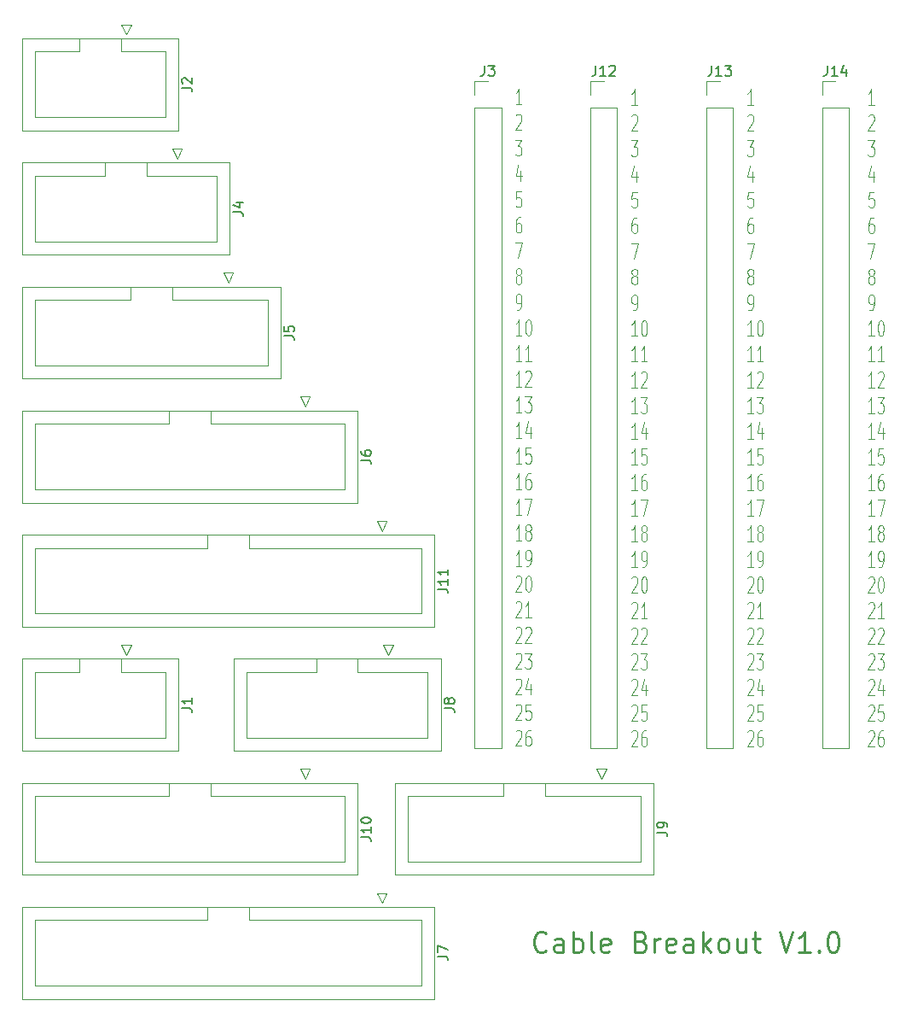
<source format=gbr>
%TF.GenerationSoftware,KiCad,Pcbnew,9.0.0*%
%TF.CreationDate,2025-04-12T15:14:54+10:00*%
%TF.ProjectId,Cable Pass Through,4361626c-6520-4506-9173-73205468726f,rev?*%
%TF.SameCoordinates,Original*%
%TF.FileFunction,Legend,Top*%
%TF.FilePolarity,Positive*%
%FSLAX46Y46*%
G04 Gerber Fmt 4.6, Leading zero omitted, Abs format (unit mm)*
G04 Created by KiCad (PCBNEW 9.0.0) date 2025-04-12 15:14:54*
%MOMM*%
%LPD*%
G01*
G04 APERTURE LIST*
%ADD10C,0.250000*%
%ADD11C,0.125000*%
%ADD12C,0.150000*%
%ADD13C,0.120000*%
G04 APERTURE END LIST*
D10*
X102283520Y-130051761D02*
X102188282Y-130147000D01*
X102188282Y-130147000D02*
X101902568Y-130242238D01*
X101902568Y-130242238D02*
X101712092Y-130242238D01*
X101712092Y-130242238D02*
X101426377Y-130147000D01*
X101426377Y-130147000D02*
X101235901Y-129956523D01*
X101235901Y-129956523D02*
X101140663Y-129766047D01*
X101140663Y-129766047D02*
X101045425Y-129385095D01*
X101045425Y-129385095D02*
X101045425Y-129099380D01*
X101045425Y-129099380D02*
X101140663Y-128718428D01*
X101140663Y-128718428D02*
X101235901Y-128527952D01*
X101235901Y-128527952D02*
X101426377Y-128337476D01*
X101426377Y-128337476D02*
X101712092Y-128242238D01*
X101712092Y-128242238D02*
X101902568Y-128242238D01*
X101902568Y-128242238D02*
X102188282Y-128337476D01*
X102188282Y-128337476D02*
X102283520Y-128432714D01*
X103997806Y-130242238D02*
X103997806Y-129194619D01*
X103997806Y-129194619D02*
X103902568Y-129004142D01*
X103902568Y-129004142D02*
X103712092Y-128908904D01*
X103712092Y-128908904D02*
X103331139Y-128908904D01*
X103331139Y-128908904D02*
X103140663Y-129004142D01*
X103997806Y-130147000D02*
X103807330Y-130242238D01*
X103807330Y-130242238D02*
X103331139Y-130242238D01*
X103331139Y-130242238D02*
X103140663Y-130147000D01*
X103140663Y-130147000D02*
X103045425Y-129956523D01*
X103045425Y-129956523D02*
X103045425Y-129766047D01*
X103045425Y-129766047D02*
X103140663Y-129575571D01*
X103140663Y-129575571D02*
X103331139Y-129480333D01*
X103331139Y-129480333D02*
X103807330Y-129480333D01*
X103807330Y-129480333D02*
X103997806Y-129385095D01*
X104950187Y-130242238D02*
X104950187Y-128242238D01*
X104950187Y-129004142D02*
X105140663Y-128908904D01*
X105140663Y-128908904D02*
X105521616Y-128908904D01*
X105521616Y-128908904D02*
X105712092Y-129004142D01*
X105712092Y-129004142D02*
X105807330Y-129099380D01*
X105807330Y-129099380D02*
X105902568Y-129289857D01*
X105902568Y-129289857D02*
X105902568Y-129861285D01*
X105902568Y-129861285D02*
X105807330Y-130051761D01*
X105807330Y-130051761D02*
X105712092Y-130147000D01*
X105712092Y-130147000D02*
X105521616Y-130242238D01*
X105521616Y-130242238D02*
X105140663Y-130242238D01*
X105140663Y-130242238D02*
X104950187Y-130147000D01*
X107045425Y-130242238D02*
X106854949Y-130147000D01*
X106854949Y-130147000D02*
X106759711Y-129956523D01*
X106759711Y-129956523D02*
X106759711Y-128242238D01*
X108569235Y-130147000D02*
X108378759Y-130242238D01*
X108378759Y-130242238D02*
X107997806Y-130242238D01*
X107997806Y-130242238D02*
X107807330Y-130147000D01*
X107807330Y-130147000D02*
X107712092Y-129956523D01*
X107712092Y-129956523D02*
X107712092Y-129194619D01*
X107712092Y-129194619D02*
X107807330Y-129004142D01*
X107807330Y-129004142D02*
X107997806Y-128908904D01*
X107997806Y-128908904D02*
X108378759Y-128908904D01*
X108378759Y-128908904D02*
X108569235Y-129004142D01*
X108569235Y-129004142D02*
X108664473Y-129194619D01*
X108664473Y-129194619D02*
X108664473Y-129385095D01*
X108664473Y-129385095D02*
X107712092Y-129575571D01*
X111712093Y-129194619D02*
X111997807Y-129289857D01*
X111997807Y-129289857D02*
X112093045Y-129385095D01*
X112093045Y-129385095D02*
X112188283Y-129575571D01*
X112188283Y-129575571D02*
X112188283Y-129861285D01*
X112188283Y-129861285D02*
X112093045Y-130051761D01*
X112093045Y-130051761D02*
X111997807Y-130147000D01*
X111997807Y-130147000D02*
X111807331Y-130242238D01*
X111807331Y-130242238D02*
X111045426Y-130242238D01*
X111045426Y-130242238D02*
X111045426Y-128242238D01*
X111045426Y-128242238D02*
X111712093Y-128242238D01*
X111712093Y-128242238D02*
X111902569Y-128337476D01*
X111902569Y-128337476D02*
X111997807Y-128432714D01*
X111997807Y-128432714D02*
X112093045Y-128623190D01*
X112093045Y-128623190D02*
X112093045Y-128813666D01*
X112093045Y-128813666D02*
X111997807Y-129004142D01*
X111997807Y-129004142D02*
X111902569Y-129099380D01*
X111902569Y-129099380D02*
X111712093Y-129194619D01*
X111712093Y-129194619D02*
X111045426Y-129194619D01*
X113045426Y-130242238D02*
X113045426Y-128908904D01*
X113045426Y-129289857D02*
X113140664Y-129099380D01*
X113140664Y-129099380D02*
X113235902Y-129004142D01*
X113235902Y-129004142D02*
X113426378Y-128908904D01*
X113426378Y-128908904D02*
X113616855Y-128908904D01*
X115045426Y-130147000D02*
X114854950Y-130242238D01*
X114854950Y-130242238D02*
X114473997Y-130242238D01*
X114473997Y-130242238D02*
X114283521Y-130147000D01*
X114283521Y-130147000D02*
X114188283Y-129956523D01*
X114188283Y-129956523D02*
X114188283Y-129194619D01*
X114188283Y-129194619D02*
X114283521Y-129004142D01*
X114283521Y-129004142D02*
X114473997Y-128908904D01*
X114473997Y-128908904D02*
X114854950Y-128908904D01*
X114854950Y-128908904D02*
X115045426Y-129004142D01*
X115045426Y-129004142D02*
X115140664Y-129194619D01*
X115140664Y-129194619D02*
X115140664Y-129385095D01*
X115140664Y-129385095D02*
X114188283Y-129575571D01*
X116854950Y-130242238D02*
X116854950Y-129194619D01*
X116854950Y-129194619D02*
X116759712Y-129004142D01*
X116759712Y-129004142D02*
X116569236Y-128908904D01*
X116569236Y-128908904D02*
X116188283Y-128908904D01*
X116188283Y-128908904D02*
X115997807Y-129004142D01*
X116854950Y-130147000D02*
X116664474Y-130242238D01*
X116664474Y-130242238D02*
X116188283Y-130242238D01*
X116188283Y-130242238D02*
X115997807Y-130147000D01*
X115997807Y-130147000D02*
X115902569Y-129956523D01*
X115902569Y-129956523D02*
X115902569Y-129766047D01*
X115902569Y-129766047D02*
X115997807Y-129575571D01*
X115997807Y-129575571D02*
X116188283Y-129480333D01*
X116188283Y-129480333D02*
X116664474Y-129480333D01*
X116664474Y-129480333D02*
X116854950Y-129385095D01*
X117807331Y-130242238D02*
X117807331Y-128242238D01*
X117997807Y-129480333D02*
X118569236Y-130242238D01*
X118569236Y-128908904D02*
X117807331Y-129670809D01*
X119712093Y-130242238D02*
X119521617Y-130147000D01*
X119521617Y-130147000D02*
X119426379Y-130051761D01*
X119426379Y-130051761D02*
X119331141Y-129861285D01*
X119331141Y-129861285D02*
X119331141Y-129289857D01*
X119331141Y-129289857D02*
X119426379Y-129099380D01*
X119426379Y-129099380D02*
X119521617Y-129004142D01*
X119521617Y-129004142D02*
X119712093Y-128908904D01*
X119712093Y-128908904D02*
X119997808Y-128908904D01*
X119997808Y-128908904D02*
X120188284Y-129004142D01*
X120188284Y-129004142D02*
X120283522Y-129099380D01*
X120283522Y-129099380D02*
X120378760Y-129289857D01*
X120378760Y-129289857D02*
X120378760Y-129861285D01*
X120378760Y-129861285D02*
X120283522Y-130051761D01*
X120283522Y-130051761D02*
X120188284Y-130147000D01*
X120188284Y-130147000D02*
X119997808Y-130242238D01*
X119997808Y-130242238D02*
X119712093Y-130242238D01*
X122093046Y-128908904D02*
X122093046Y-130242238D01*
X121235903Y-128908904D02*
X121235903Y-129956523D01*
X121235903Y-129956523D02*
X121331141Y-130147000D01*
X121331141Y-130147000D02*
X121521617Y-130242238D01*
X121521617Y-130242238D02*
X121807332Y-130242238D01*
X121807332Y-130242238D02*
X121997808Y-130147000D01*
X121997808Y-130147000D02*
X122093046Y-130051761D01*
X122759713Y-128908904D02*
X123521617Y-128908904D01*
X123045427Y-128242238D02*
X123045427Y-129956523D01*
X123045427Y-129956523D02*
X123140665Y-130147000D01*
X123140665Y-130147000D02*
X123331141Y-130242238D01*
X123331141Y-130242238D02*
X123521617Y-130242238D01*
X125426380Y-128242238D02*
X126093046Y-130242238D01*
X126093046Y-130242238D02*
X126759713Y-128242238D01*
X128473999Y-130242238D02*
X127331142Y-130242238D01*
X127902570Y-130242238D02*
X127902570Y-128242238D01*
X127902570Y-128242238D02*
X127712094Y-128527952D01*
X127712094Y-128527952D02*
X127521618Y-128718428D01*
X127521618Y-128718428D02*
X127331142Y-128813666D01*
X129331142Y-130051761D02*
X129426380Y-130147000D01*
X129426380Y-130147000D02*
X129331142Y-130242238D01*
X129331142Y-130242238D02*
X129235904Y-130147000D01*
X129235904Y-130147000D02*
X129331142Y-130051761D01*
X129331142Y-130051761D02*
X129331142Y-130242238D01*
X130664475Y-128242238D02*
X130854952Y-128242238D01*
X130854952Y-128242238D02*
X131045428Y-128337476D01*
X131045428Y-128337476D02*
X131140666Y-128432714D01*
X131140666Y-128432714D02*
X131235904Y-128623190D01*
X131235904Y-128623190D02*
X131331142Y-129004142D01*
X131331142Y-129004142D02*
X131331142Y-129480333D01*
X131331142Y-129480333D02*
X131235904Y-129861285D01*
X131235904Y-129861285D02*
X131140666Y-130051761D01*
X131140666Y-130051761D02*
X131045428Y-130147000D01*
X131045428Y-130147000D02*
X130854952Y-130242238D01*
X130854952Y-130242238D02*
X130664475Y-130242238D01*
X130664475Y-130242238D02*
X130473999Y-130147000D01*
X130473999Y-130147000D02*
X130378761Y-130051761D01*
X130378761Y-130051761D02*
X130283523Y-129861285D01*
X130283523Y-129861285D02*
X130188285Y-129480333D01*
X130188285Y-129480333D02*
X130188285Y-129004142D01*
X130188285Y-129004142D02*
X130283523Y-128623190D01*
X130283523Y-128623190D02*
X130378761Y-128432714D01*
X130378761Y-128432714D02*
X130473999Y-128337476D01*
X130473999Y-128337476D02*
X130664475Y-128242238D01*
D11*
X134844140Y-46277338D02*
X134272712Y-46277338D01*
X134558426Y-46277338D02*
X134558426Y-44697338D01*
X134558426Y-44697338D02*
X134463188Y-44923052D01*
X134463188Y-44923052D02*
X134367950Y-45073528D01*
X134367950Y-45073528D02*
X134272712Y-45148766D01*
X134272712Y-47391526D02*
X134320331Y-47316288D01*
X134320331Y-47316288D02*
X134415569Y-47241050D01*
X134415569Y-47241050D02*
X134653664Y-47241050D01*
X134653664Y-47241050D02*
X134748902Y-47316288D01*
X134748902Y-47316288D02*
X134796521Y-47391526D01*
X134796521Y-47391526D02*
X134844140Y-47542002D01*
X134844140Y-47542002D02*
X134844140Y-47692478D01*
X134844140Y-47692478D02*
X134796521Y-47918192D01*
X134796521Y-47918192D02*
X134225093Y-48821050D01*
X134225093Y-48821050D02*
X134844140Y-48821050D01*
X134225093Y-49784762D02*
X134844140Y-49784762D01*
X134844140Y-49784762D02*
X134510807Y-50386666D01*
X134510807Y-50386666D02*
X134653664Y-50386666D01*
X134653664Y-50386666D02*
X134748902Y-50461904D01*
X134748902Y-50461904D02*
X134796521Y-50537143D01*
X134796521Y-50537143D02*
X134844140Y-50687619D01*
X134844140Y-50687619D02*
X134844140Y-51063809D01*
X134844140Y-51063809D02*
X134796521Y-51214285D01*
X134796521Y-51214285D02*
X134748902Y-51289524D01*
X134748902Y-51289524D02*
X134653664Y-51364762D01*
X134653664Y-51364762D02*
X134367950Y-51364762D01*
X134367950Y-51364762D02*
X134272712Y-51289524D01*
X134272712Y-51289524D02*
X134225093Y-51214285D01*
X134748902Y-52855140D02*
X134748902Y-53908474D01*
X134510807Y-52253236D02*
X134272712Y-53381807D01*
X134272712Y-53381807D02*
X134891759Y-53381807D01*
X134796521Y-54872186D02*
X134320331Y-54872186D01*
X134320331Y-54872186D02*
X134272712Y-55624567D01*
X134272712Y-55624567D02*
X134320331Y-55549328D01*
X134320331Y-55549328D02*
X134415569Y-55474090D01*
X134415569Y-55474090D02*
X134653664Y-55474090D01*
X134653664Y-55474090D02*
X134748902Y-55549328D01*
X134748902Y-55549328D02*
X134796521Y-55624567D01*
X134796521Y-55624567D02*
X134844140Y-55775043D01*
X134844140Y-55775043D02*
X134844140Y-56151233D01*
X134844140Y-56151233D02*
X134796521Y-56301709D01*
X134796521Y-56301709D02*
X134748902Y-56376948D01*
X134748902Y-56376948D02*
X134653664Y-56452186D01*
X134653664Y-56452186D02*
X134415569Y-56452186D01*
X134415569Y-56452186D02*
X134320331Y-56376948D01*
X134320331Y-56376948D02*
X134272712Y-56301709D01*
X134748902Y-57415898D02*
X134558426Y-57415898D01*
X134558426Y-57415898D02*
X134463188Y-57491136D01*
X134463188Y-57491136D02*
X134415569Y-57566374D01*
X134415569Y-57566374D02*
X134320331Y-57792088D01*
X134320331Y-57792088D02*
X134272712Y-58093040D01*
X134272712Y-58093040D02*
X134272712Y-58694945D01*
X134272712Y-58694945D02*
X134320331Y-58845421D01*
X134320331Y-58845421D02*
X134367950Y-58920660D01*
X134367950Y-58920660D02*
X134463188Y-58995898D01*
X134463188Y-58995898D02*
X134653664Y-58995898D01*
X134653664Y-58995898D02*
X134748902Y-58920660D01*
X134748902Y-58920660D02*
X134796521Y-58845421D01*
X134796521Y-58845421D02*
X134844140Y-58694945D01*
X134844140Y-58694945D02*
X134844140Y-58318755D01*
X134844140Y-58318755D02*
X134796521Y-58168279D01*
X134796521Y-58168279D02*
X134748902Y-58093040D01*
X134748902Y-58093040D02*
X134653664Y-58017802D01*
X134653664Y-58017802D02*
X134463188Y-58017802D01*
X134463188Y-58017802D02*
X134367950Y-58093040D01*
X134367950Y-58093040D02*
X134320331Y-58168279D01*
X134320331Y-58168279D02*
X134272712Y-58318755D01*
X134225093Y-59959610D02*
X134891759Y-59959610D01*
X134891759Y-59959610D02*
X134463188Y-61539610D01*
X134463188Y-63180464D02*
X134367950Y-63105226D01*
X134367950Y-63105226D02*
X134320331Y-63029988D01*
X134320331Y-63029988D02*
X134272712Y-62879512D01*
X134272712Y-62879512D02*
X134272712Y-62804274D01*
X134272712Y-62804274D02*
X134320331Y-62653798D01*
X134320331Y-62653798D02*
X134367950Y-62578560D01*
X134367950Y-62578560D02*
X134463188Y-62503322D01*
X134463188Y-62503322D02*
X134653664Y-62503322D01*
X134653664Y-62503322D02*
X134748902Y-62578560D01*
X134748902Y-62578560D02*
X134796521Y-62653798D01*
X134796521Y-62653798D02*
X134844140Y-62804274D01*
X134844140Y-62804274D02*
X134844140Y-62879512D01*
X134844140Y-62879512D02*
X134796521Y-63029988D01*
X134796521Y-63029988D02*
X134748902Y-63105226D01*
X134748902Y-63105226D02*
X134653664Y-63180464D01*
X134653664Y-63180464D02*
X134463188Y-63180464D01*
X134463188Y-63180464D02*
X134367950Y-63255703D01*
X134367950Y-63255703D02*
X134320331Y-63330941D01*
X134320331Y-63330941D02*
X134272712Y-63481417D01*
X134272712Y-63481417D02*
X134272712Y-63782369D01*
X134272712Y-63782369D02*
X134320331Y-63932845D01*
X134320331Y-63932845D02*
X134367950Y-64008084D01*
X134367950Y-64008084D02*
X134463188Y-64083322D01*
X134463188Y-64083322D02*
X134653664Y-64083322D01*
X134653664Y-64083322D02*
X134748902Y-64008084D01*
X134748902Y-64008084D02*
X134796521Y-63932845D01*
X134796521Y-63932845D02*
X134844140Y-63782369D01*
X134844140Y-63782369D02*
X134844140Y-63481417D01*
X134844140Y-63481417D02*
X134796521Y-63330941D01*
X134796521Y-63330941D02*
X134748902Y-63255703D01*
X134748902Y-63255703D02*
X134653664Y-63180464D01*
X134367950Y-66627034D02*
X134558426Y-66627034D01*
X134558426Y-66627034D02*
X134653664Y-66551796D01*
X134653664Y-66551796D02*
X134701283Y-66476557D01*
X134701283Y-66476557D02*
X134796521Y-66250843D01*
X134796521Y-66250843D02*
X134844140Y-65949891D01*
X134844140Y-65949891D02*
X134844140Y-65347986D01*
X134844140Y-65347986D02*
X134796521Y-65197510D01*
X134796521Y-65197510D02*
X134748902Y-65122272D01*
X134748902Y-65122272D02*
X134653664Y-65047034D01*
X134653664Y-65047034D02*
X134463188Y-65047034D01*
X134463188Y-65047034D02*
X134367950Y-65122272D01*
X134367950Y-65122272D02*
X134320331Y-65197510D01*
X134320331Y-65197510D02*
X134272712Y-65347986D01*
X134272712Y-65347986D02*
X134272712Y-65724176D01*
X134272712Y-65724176D02*
X134320331Y-65874653D01*
X134320331Y-65874653D02*
X134367950Y-65949891D01*
X134367950Y-65949891D02*
X134463188Y-66025129D01*
X134463188Y-66025129D02*
X134653664Y-66025129D01*
X134653664Y-66025129D02*
X134748902Y-65949891D01*
X134748902Y-65949891D02*
X134796521Y-65874653D01*
X134796521Y-65874653D02*
X134844140Y-65724176D01*
X134844140Y-69170746D02*
X134272712Y-69170746D01*
X134558426Y-69170746D02*
X134558426Y-67590746D01*
X134558426Y-67590746D02*
X134463188Y-67816460D01*
X134463188Y-67816460D02*
X134367950Y-67966936D01*
X134367950Y-67966936D02*
X134272712Y-68042174D01*
X135463188Y-67590746D02*
X135558426Y-67590746D01*
X135558426Y-67590746D02*
X135653664Y-67665984D01*
X135653664Y-67665984D02*
X135701283Y-67741222D01*
X135701283Y-67741222D02*
X135748902Y-67891698D01*
X135748902Y-67891698D02*
X135796521Y-68192650D01*
X135796521Y-68192650D02*
X135796521Y-68568841D01*
X135796521Y-68568841D02*
X135748902Y-68869793D01*
X135748902Y-68869793D02*
X135701283Y-69020269D01*
X135701283Y-69020269D02*
X135653664Y-69095508D01*
X135653664Y-69095508D02*
X135558426Y-69170746D01*
X135558426Y-69170746D02*
X135463188Y-69170746D01*
X135463188Y-69170746D02*
X135367950Y-69095508D01*
X135367950Y-69095508D02*
X135320331Y-69020269D01*
X135320331Y-69020269D02*
X135272712Y-68869793D01*
X135272712Y-68869793D02*
X135225093Y-68568841D01*
X135225093Y-68568841D02*
X135225093Y-68192650D01*
X135225093Y-68192650D02*
X135272712Y-67891698D01*
X135272712Y-67891698D02*
X135320331Y-67741222D01*
X135320331Y-67741222D02*
X135367950Y-67665984D01*
X135367950Y-67665984D02*
X135463188Y-67590746D01*
X134844140Y-71714458D02*
X134272712Y-71714458D01*
X134558426Y-71714458D02*
X134558426Y-70134458D01*
X134558426Y-70134458D02*
X134463188Y-70360172D01*
X134463188Y-70360172D02*
X134367950Y-70510648D01*
X134367950Y-70510648D02*
X134272712Y-70585886D01*
X135796521Y-71714458D02*
X135225093Y-71714458D01*
X135510807Y-71714458D02*
X135510807Y-70134458D01*
X135510807Y-70134458D02*
X135415569Y-70360172D01*
X135415569Y-70360172D02*
X135320331Y-70510648D01*
X135320331Y-70510648D02*
X135225093Y-70585886D01*
X134844140Y-74258170D02*
X134272712Y-74258170D01*
X134558426Y-74258170D02*
X134558426Y-72678170D01*
X134558426Y-72678170D02*
X134463188Y-72903884D01*
X134463188Y-72903884D02*
X134367950Y-73054360D01*
X134367950Y-73054360D02*
X134272712Y-73129598D01*
X135225093Y-72828646D02*
X135272712Y-72753408D01*
X135272712Y-72753408D02*
X135367950Y-72678170D01*
X135367950Y-72678170D02*
X135606045Y-72678170D01*
X135606045Y-72678170D02*
X135701283Y-72753408D01*
X135701283Y-72753408D02*
X135748902Y-72828646D01*
X135748902Y-72828646D02*
X135796521Y-72979122D01*
X135796521Y-72979122D02*
X135796521Y-73129598D01*
X135796521Y-73129598D02*
X135748902Y-73355312D01*
X135748902Y-73355312D02*
X135177474Y-74258170D01*
X135177474Y-74258170D02*
X135796521Y-74258170D01*
X134844140Y-76801882D02*
X134272712Y-76801882D01*
X134558426Y-76801882D02*
X134558426Y-75221882D01*
X134558426Y-75221882D02*
X134463188Y-75447596D01*
X134463188Y-75447596D02*
X134367950Y-75598072D01*
X134367950Y-75598072D02*
X134272712Y-75673310D01*
X135177474Y-75221882D02*
X135796521Y-75221882D01*
X135796521Y-75221882D02*
X135463188Y-75823786D01*
X135463188Y-75823786D02*
X135606045Y-75823786D01*
X135606045Y-75823786D02*
X135701283Y-75899024D01*
X135701283Y-75899024D02*
X135748902Y-75974263D01*
X135748902Y-75974263D02*
X135796521Y-76124739D01*
X135796521Y-76124739D02*
X135796521Y-76500929D01*
X135796521Y-76500929D02*
X135748902Y-76651405D01*
X135748902Y-76651405D02*
X135701283Y-76726644D01*
X135701283Y-76726644D02*
X135606045Y-76801882D01*
X135606045Y-76801882D02*
X135320331Y-76801882D01*
X135320331Y-76801882D02*
X135225093Y-76726644D01*
X135225093Y-76726644D02*
X135177474Y-76651405D01*
X134844140Y-79345594D02*
X134272712Y-79345594D01*
X134558426Y-79345594D02*
X134558426Y-77765594D01*
X134558426Y-77765594D02*
X134463188Y-77991308D01*
X134463188Y-77991308D02*
X134367950Y-78141784D01*
X134367950Y-78141784D02*
X134272712Y-78217022D01*
X135701283Y-78292260D02*
X135701283Y-79345594D01*
X135463188Y-77690356D02*
X135225093Y-78818927D01*
X135225093Y-78818927D02*
X135844140Y-78818927D01*
X134844140Y-81889306D02*
X134272712Y-81889306D01*
X134558426Y-81889306D02*
X134558426Y-80309306D01*
X134558426Y-80309306D02*
X134463188Y-80535020D01*
X134463188Y-80535020D02*
X134367950Y-80685496D01*
X134367950Y-80685496D02*
X134272712Y-80760734D01*
X135748902Y-80309306D02*
X135272712Y-80309306D01*
X135272712Y-80309306D02*
X135225093Y-81061687D01*
X135225093Y-81061687D02*
X135272712Y-80986448D01*
X135272712Y-80986448D02*
X135367950Y-80911210D01*
X135367950Y-80911210D02*
X135606045Y-80911210D01*
X135606045Y-80911210D02*
X135701283Y-80986448D01*
X135701283Y-80986448D02*
X135748902Y-81061687D01*
X135748902Y-81061687D02*
X135796521Y-81212163D01*
X135796521Y-81212163D02*
X135796521Y-81588353D01*
X135796521Y-81588353D02*
X135748902Y-81738829D01*
X135748902Y-81738829D02*
X135701283Y-81814068D01*
X135701283Y-81814068D02*
X135606045Y-81889306D01*
X135606045Y-81889306D02*
X135367950Y-81889306D01*
X135367950Y-81889306D02*
X135272712Y-81814068D01*
X135272712Y-81814068D02*
X135225093Y-81738829D01*
X134844140Y-84433018D02*
X134272712Y-84433018D01*
X134558426Y-84433018D02*
X134558426Y-82853018D01*
X134558426Y-82853018D02*
X134463188Y-83078732D01*
X134463188Y-83078732D02*
X134367950Y-83229208D01*
X134367950Y-83229208D02*
X134272712Y-83304446D01*
X135701283Y-82853018D02*
X135510807Y-82853018D01*
X135510807Y-82853018D02*
X135415569Y-82928256D01*
X135415569Y-82928256D02*
X135367950Y-83003494D01*
X135367950Y-83003494D02*
X135272712Y-83229208D01*
X135272712Y-83229208D02*
X135225093Y-83530160D01*
X135225093Y-83530160D02*
X135225093Y-84132065D01*
X135225093Y-84132065D02*
X135272712Y-84282541D01*
X135272712Y-84282541D02*
X135320331Y-84357780D01*
X135320331Y-84357780D02*
X135415569Y-84433018D01*
X135415569Y-84433018D02*
X135606045Y-84433018D01*
X135606045Y-84433018D02*
X135701283Y-84357780D01*
X135701283Y-84357780D02*
X135748902Y-84282541D01*
X135748902Y-84282541D02*
X135796521Y-84132065D01*
X135796521Y-84132065D02*
X135796521Y-83755875D01*
X135796521Y-83755875D02*
X135748902Y-83605399D01*
X135748902Y-83605399D02*
X135701283Y-83530160D01*
X135701283Y-83530160D02*
X135606045Y-83454922D01*
X135606045Y-83454922D02*
X135415569Y-83454922D01*
X135415569Y-83454922D02*
X135320331Y-83530160D01*
X135320331Y-83530160D02*
X135272712Y-83605399D01*
X135272712Y-83605399D02*
X135225093Y-83755875D01*
X134844140Y-86976730D02*
X134272712Y-86976730D01*
X134558426Y-86976730D02*
X134558426Y-85396730D01*
X134558426Y-85396730D02*
X134463188Y-85622444D01*
X134463188Y-85622444D02*
X134367950Y-85772920D01*
X134367950Y-85772920D02*
X134272712Y-85848158D01*
X135177474Y-85396730D02*
X135844140Y-85396730D01*
X135844140Y-85396730D02*
X135415569Y-86976730D01*
X134844140Y-89520442D02*
X134272712Y-89520442D01*
X134558426Y-89520442D02*
X134558426Y-87940442D01*
X134558426Y-87940442D02*
X134463188Y-88166156D01*
X134463188Y-88166156D02*
X134367950Y-88316632D01*
X134367950Y-88316632D02*
X134272712Y-88391870D01*
X135415569Y-88617584D02*
X135320331Y-88542346D01*
X135320331Y-88542346D02*
X135272712Y-88467108D01*
X135272712Y-88467108D02*
X135225093Y-88316632D01*
X135225093Y-88316632D02*
X135225093Y-88241394D01*
X135225093Y-88241394D02*
X135272712Y-88090918D01*
X135272712Y-88090918D02*
X135320331Y-88015680D01*
X135320331Y-88015680D02*
X135415569Y-87940442D01*
X135415569Y-87940442D02*
X135606045Y-87940442D01*
X135606045Y-87940442D02*
X135701283Y-88015680D01*
X135701283Y-88015680D02*
X135748902Y-88090918D01*
X135748902Y-88090918D02*
X135796521Y-88241394D01*
X135796521Y-88241394D02*
X135796521Y-88316632D01*
X135796521Y-88316632D02*
X135748902Y-88467108D01*
X135748902Y-88467108D02*
X135701283Y-88542346D01*
X135701283Y-88542346D02*
X135606045Y-88617584D01*
X135606045Y-88617584D02*
X135415569Y-88617584D01*
X135415569Y-88617584D02*
X135320331Y-88692823D01*
X135320331Y-88692823D02*
X135272712Y-88768061D01*
X135272712Y-88768061D02*
X135225093Y-88918537D01*
X135225093Y-88918537D02*
X135225093Y-89219489D01*
X135225093Y-89219489D02*
X135272712Y-89369965D01*
X135272712Y-89369965D02*
X135320331Y-89445204D01*
X135320331Y-89445204D02*
X135415569Y-89520442D01*
X135415569Y-89520442D02*
X135606045Y-89520442D01*
X135606045Y-89520442D02*
X135701283Y-89445204D01*
X135701283Y-89445204D02*
X135748902Y-89369965D01*
X135748902Y-89369965D02*
X135796521Y-89219489D01*
X135796521Y-89219489D02*
X135796521Y-88918537D01*
X135796521Y-88918537D02*
X135748902Y-88768061D01*
X135748902Y-88768061D02*
X135701283Y-88692823D01*
X135701283Y-88692823D02*
X135606045Y-88617584D01*
X134844140Y-92064154D02*
X134272712Y-92064154D01*
X134558426Y-92064154D02*
X134558426Y-90484154D01*
X134558426Y-90484154D02*
X134463188Y-90709868D01*
X134463188Y-90709868D02*
X134367950Y-90860344D01*
X134367950Y-90860344D02*
X134272712Y-90935582D01*
X135320331Y-92064154D02*
X135510807Y-92064154D01*
X135510807Y-92064154D02*
X135606045Y-91988916D01*
X135606045Y-91988916D02*
X135653664Y-91913677D01*
X135653664Y-91913677D02*
X135748902Y-91687963D01*
X135748902Y-91687963D02*
X135796521Y-91387011D01*
X135796521Y-91387011D02*
X135796521Y-90785106D01*
X135796521Y-90785106D02*
X135748902Y-90634630D01*
X135748902Y-90634630D02*
X135701283Y-90559392D01*
X135701283Y-90559392D02*
X135606045Y-90484154D01*
X135606045Y-90484154D02*
X135415569Y-90484154D01*
X135415569Y-90484154D02*
X135320331Y-90559392D01*
X135320331Y-90559392D02*
X135272712Y-90634630D01*
X135272712Y-90634630D02*
X135225093Y-90785106D01*
X135225093Y-90785106D02*
X135225093Y-91161296D01*
X135225093Y-91161296D02*
X135272712Y-91311773D01*
X135272712Y-91311773D02*
X135320331Y-91387011D01*
X135320331Y-91387011D02*
X135415569Y-91462249D01*
X135415569Y-91462249D02*
X135606045Y-91462249D01*
X135606045Y-91462249D02*
X135701283Y-91387011D01*
X135701283Y-91387011D02*
X135748902Y-91311773D01*
X135748902Y-91311773D02*
X135796521Y-91161296D01*
X134272712Y-93178342D02*
X134320331Y-93103104D01*
X134320331Y-93103104D02*
X134415569Y-93027866D01*
X134415569Y-93027866D02*
X134653664Y-93027866D01*
X134653664Y-93027866D02*
X134748902Y-93103104D01*
X134748902Y-93103104D02*
X134796521Y-93178342D01*
X134796521Y-93178342D02*
X134844140Y-93328818D01*
X134844140Y-93328818D02*
X134844140Y-93479294D01*
X134844140Y-93479294D02*
X134796521Y-93705008D01*
X134796521Y-93705008D02*
X134225093Y-94607866D01*
X134225093Y-94607866D02*
X134844140Y-94607866D01*
X135463188Y-93027866D02*
X135558426Y-93027866D01*
X135558426Y-93027866D02*
X135653664Y-93103104D01*
X135653664Y-93103104D02*
X135701283Y-93178342D01*
X135701283Y-93178342D02*
X135748902Y-93328818D01*
X135748902Y-93328818D02*
X135796521Y-93629770D01*
X135796521Y-93629770D02*
X135796521Y-94005961D01*
X135796521Y-94005961D02*
X135748902Y-94306913D01*
X135748902Y-94306913D02*
X135701283Y-94457389D01*
X135701283Y-94457389D02*
X135653664Y-94532628D01*
X135653664Y-94532628D02*
X135558426Y-94607866D01*
X135558426Y-94607866D02*
X135463188Y-94607866D01*
X135463188Y-94607866D02*
X135367950Y-94532628D01*
X135367950Y-94532628D02*
X135320331Y-94457389D01*
X135320331Y-94457389D02*
X135272712Y-94306913D01*
X135272712Y-94306913D02*
X135225093Y-94005961D01*
X135225093Y-94005961D02*
X135225093Y-93629770D01*
X135225093Y-93629770D02*
X135272712Y-93328818D01*
X135272712Y-93328818D02*
X135320331Y-93178342D01*
X135320331Y-93178342D02*
X135367950Y-93103104D01*
X135367950Y-93103104D02*
X135463188Y-93027866D01*
X134272712Y-95722054D02*
X134320331Y-95646816D01*
X134320331Y-95646816D02*
X134415569Y-95571578D01*
X134415569Y-95571578D02*
X134653664Y-95571578D01*
X134653664Y-95571578D02*
X134748902Y-95646816D01*
X134748902Y-95646816D02*
X134796521Y-95722054D01*
X134796521Y-95722054D02*
X134844140Y-95872530D01*
X134844140Y-95872530D02*
X134844140Y-96023006D01*
X134844140Y-96023006D02*
X134796521Y-96248720D01*
X134796521Y-96248720D02*
X134225093Y-97151578D01*
X134225093Y-97151578D02*
X134844140Y-97151578D01*
X135796521Y-97151578D02*
X135225093Y-97151578D01*
X135510807Y-97151578D02*
X135510807Y-95571578D01*
X135510807Y-95571578D02*
X135415569Y-95797292D01*
X135415569Y-95797292D02*
X135320331Y-95947768D01*
X135320331Y-95947768D02*
X135225093Y-96023006D01*
X134272712Y-98265766D02*
X134320331Y-98190528D01*
X134320331Y-98190528D02*
X134415569Y-98115290D01*
X134415569Y-98115290D02*
X134653664Y-98115290D01*
X134653664Y-98115290D02*
X134748902Y-98190528D01*
X134748902Y-98190528D02*
X134796521Y-98265766D01*
X134796521Y-98265766D02*
X134844140Y-98416242D01*
X134844140Y-98416242D02*
X134844140Y-98566718D01*
X134844140Y-98566718D02*
X134796521Y-98792432D01*
X134796521Y-98792432D02*
X134225093Y-99695290D01*
X134225093Y-99695290D02*
X134844140Y-99695290D01*
X135225093Y-98265766D02*
X135272712Y-98190528D01*
X135272712Y-98190528D02*
X135367950Y-98115290D01*
X135367950Y-98115290D02*
X135606045Y-98115290D01*
X135606045Y-98115290D02*
X135701283Y-98190528D01*
X135701283Y-98190528D02*
X135748902Y-98265766D01*
X135748902Y-98265766D02*
X135796521Y-98416242D01*
X135796521Y-98416242D02*
X135796521Y-98566718D01*
X135796521Y-98566718D02*
X135748902Y-98792432D01*
X135748902Y-98792432D02*
X135177474Y-99695290D01*
X135177474Y-99695290D02*
X135796521Y-99695290D01*
X134272712Y-100809478D02*
X134320331Y-100734240D01*
X134320331Y-100734240D02*
X134415569Y-100659002D01*
X134415569Y-100659002D02*
X134653664Y-100659002D01*
X134653664Y-100659002D02*
X134748902Y-100734240D01*
X134748902Y-100734240D02*
X134796521Y-100809478D01*
X134796521Y-100809478D02*
X134844140Y-100959954D01*
X134844140Y-100959954D02*
X134844140Y-101110430D01*
X134844140Y-101110430D02*
X134796521Y-101336144D01*
X134796521Y-101336144D02*
X134225093Y-102239002D01*
X134225093Y-102239002D02*
X134844140Y-102239002D01*
X135177474Y-100659002D02*
X135796521Y-100659002D01*
X135796521Y-100659002D02*
X135463188Y-101260906D01*
X135463188Y-101260906D02*
X135606045Y-101260906D01*
X135606045Y-101260906D02*
X135701283Y-101336144D01*
X135701283Y-101336144D02*
X135748902Y-101411383D01*
X135748902Y-101411383D02*
X135796521Y-101561859D01*
X135796521Y-101561859D02*
X135796521Y-101938049D01*
X135796521Y-101938049D02*
X135748902Y-102088525D01*
X135748902Y-102088525D02*
X135701283Y-102163764D01*
X135701283Y-102163764D02*
X135606045Y-102239002D01*
X135606045Y-102239002D02*
X135320331Y-102239002D01*
X135320331Y-102239002D02*
X135225093Y-102163764D01*
X135225093Y-102163764D02*
X135177474Y-102088525D01*
X134272712Y-103353190D02*
X134320331Y-103277952D01*
X134320331Y-103277952D02*
X134415569Y-103202714D01*
X134415569Y-103202714D02*
X134653664Y-103202714D01*
X134653664Y-103202714D02*
X134748902Y-103277952D01*
X134748902Y-103277952D02*
X134796521Y-103353190D01*
X134796521Y-103353190D02*
X134844140Y-103503666D01*
X134844140Y-103503666D02*
X134844140Y-103654142D01*
X134844140Y-103654142D02*
X134796521Y-103879856D01*
X134796521Y-103879856D02*
X134225093Y-104782714D01*
X134225093Y-104782714D02*
X134844140Y-104782714D01*
X135701283Y-103729380D02*
X135701283Y-104782714D01*
X135463188Y-103127476D02*
X135225093Y-104256047D01*
X135225093Y-104256047D02*
X135844140Y-104256047D01*
X134272712Y-105896902D02*
X134320331Y-105821664D01*
X134320331Y-105821664D02*
X134415569Y-105746426D01*
X134415569Y-105746426D02*
X134653664Y-105746426D01*
X134653664Y-105746426D02*
X134748902Y-105821664D01*
X134748902Y-105821664D02*
X134796521Y-105896902D01*
X134796521Y-105896902D02*
X134844140Y-106047378D01*
X134844140Y-106047378D02*
X134844140Y-106197854D01*
X134844140Y-106197854D02*
X134796521Y-106423568D01*
X134796521Y-106423568D02*
X134225093Y-107326426D01*
X134225093Y-107326426D02*
X134844140Y-107326426D01*
X135748902Y-105746426D02*
X135272712Y-105746426D01*
X135272712Y-105746426D02*
X135225093Y-106498807D01*
X135225093Y-106498807D02*
X135272712Y-106423568D01*
X135272712Y-106423568D02*
X135367950Y-106348330D01*
X135367950Y-106348330D02*
X135606045Y-106348330D01*
X135606045Y-106348330D02*
X135701283Y-106423568D01*
X135701283Y-106423568D02*
X135748902Y-106498807D01*
X135748902Y-106498807D02*
X135796521Y-106649283D01*
X135796521Y-106649283D02*
X135796521Y-107025473D01*
X135796521Y-107025473D02*
X135748902Y-107175949D01*
X135748902Y-107175949D02*
X135701283Y-107251188D01*
X135701283Y-107251188D02*
X135606045Y-107326426D01*
X135606045Y-107326426D02*
X135367950Y-107326426D01*
X135367950Y-107326426D02*
X135272712Y-107251188D01*
X135272712Y-107251188D02*
X135225093Y-107175949D01*
X134272712Y-108440614D02*
X134320331Y-108365376D01*
X134320331Y-108365376D02*
X134415569Y-108290138D01*
X134415569Y-108290138D02*
X134653664Y-108290138D01*
X134653664Y-108290138D02*
X134748902Y-108365376D01*
X134748902Y-108365376D02*
X134796521Y-108440614D01*
X134796521Y-108440614D02*
X134844140Y-108591090D01*
X134844140Y-108591090D02*
X134844140Y-108741566D01*
X134844140Y-108741566D02*
X134796521Y-108967280D01*
X134796521Y-108967280D02*
X134225093Y-109870138D01*
X134225093Y-109870138D02*
X134844140Y-109870138D01*
X135701283Y-108290138D02*
X135510807Y-108290138D01*
X135510807Y-108290138D02*
X135415569Y-108365376D01*
X135415569Y-108365376D02*
X135367950Y-108440614D01*
X135367950Y-108440614D02*
X135272712Y-108666328D01*
X135272712Y-108666328D02*
X135225093Y-108967280D01*
X135225093Y-108967280D02*
X135225093Y-109569185D01*
X135225093Y-109569185D02*
X135272712Y-109719661D01*
X135272712Y-109719661D02*
X135320331Y-109794900D01*
X135320331Y-109794900D02*
X135415569Y-109870138D01*
X135415569Y-109870138D02*
X135606045Y-109870138D01*
X135606045Y-109870138D02*
X135701283Y-109794900D01*
X135701283Y-109794900D02*
X135748902Y-109719661D01*
X135748902Y-109719661D02*
X135796521Y-109569185D01*
X135796521Y-109569185D02*
X135796521Y-109192995D01*
X135796521Y-109192995D02*
X135748902Y-109042519D01*
X135748902Y-109042519D02*
X135701283Y-108967280D01*
X135701283Y-108967280D02*
X135606045Y-108892042D01*
X135606045Y-108892042D02*
X135415569Y-108892042D01*
X135415569Y-108892042D02*
X135320331Y-108967280D01*
X135320331Y-108967280D02*
X135272712Y-109042519D01*
X135272712Y-109042519D02*
X135225093Y-109192995D01*
X122844140Y-46277338D02*
X122272712Y-46277338D01*
X122558426Y-46277338D02*
X122558426Y-44697338D01*
X122558426Y-44697338D02*
X122463188Y-44923052D01*
X122463188Y-44923052D02*
X122367950Y-45073528D01*
X122367950Y-45073528D02*
X122272712Y-45148766D01*
X122272712Y-47391526D02*
X122320331Y-47316288D01*
X122320331Y-47316288D02*
X122415569Y-47241050D01*
X122415569Y-47241050D02*
X122653664Y-47241050D01*
X122653664Y-47241050D02*
X122748902Y-47316288D01*
X122748902Y-47316288D02*
X122796521Y-47391526D01*
X122796521Y-47391526D02*
X122844140Y-47542002D01*
X122844140Y-47542002D02*
X122844140Y-47692478D01*
X122844140Y-47692478D02*
X122796521Y-47918192D01*
X122796521Y-47918192D02*
X122225093Y-48821050D01*
X122225093Y-48821050D02*
X122844140Y-48821050D01*
X122225093Y-49784762D02*
X122844140Y-49784762D01*
X122844140Y-49784762D02*
X122510807Y-50386666D01*
X122510807Y-50386666D02*
X122653664Y-50386666D01*
X122653664Y-50386666D02*
X122748902Y-50461904D01*
X122748902Y-50461904D02*
X122796521Y-50537143D01*
X122796521Y-50537143D02*
X122844140Y-50687619D01*
X122844140Y-50687619D02*
X122844140Y-51063809D01*
X122844140Y-51063809D02*
X122796521Y-51214285D01*
X122796521Y-51214285D02*
X122748902Y-51289524D01*
X122748902Y-51289524D02*
X122653664Y-51364762D01*
X122653664Y-51364762D02*
X122367950Y-51364762D01*
X122367950Y-51364762D02*
X122272712Y-51289524D01*
X122272712Y-51289524D02*
X122225093Y-51214285D01*
X122748902Y-52855140D02*
X122748902Y-53908474D01*
X122510807Y-52253236D02*
X122272712Y-53381807D01*
X122272712Y-53381807D02*
X122891759Y-53381807D01*
X122796521Y-54872186D02*
X122320331Y-54872186D01*
X122320331Y-54872186D02*
X122272712Y-55624567D01*
X122272712Y-55624567D02*
X122320331Y-55549328D01*
X122320331Y-55549328D02*
X122415569Y-55474090D01*
X122415569Y-55474090D02*
X122653664Y-55474090D01*
X122653664Y-55474090D02*
X122748902Y-55549328D01*
X122748902Y-55549328D02*
X122796521Y-55624567D01*
X122796521Y-55624567D02*
X122844140Y-55775043D01*
X122844140Y-55775043D02*
X122844140Y-56151233D01*
X122844140Y-56151233D02*
X122796521Y-56301709D01*
X122796521Y-56301709D02*
X122748902Y-56376948D01*
X122748902Y-56376948D02*
X122653664Y-56452186D01*
X122653664Y-56452186D02*
X122415569Y-56452186D01*
X122415569Y-56452186D02*
X122320331Y-56376948D01*
X122320331Y-56376948D02*
X122272712Y-56301709D01*
X122748902Y-57415898D02*
X122558426Y-57415898D01*
X122558426Y-57415898D02*
X122463188Y-57491136D01*
X122463188Y-57491136D02*
X122415569Y-57566374D01*
X122415569Y-57566374D02*
X122320331Y-57792088D01*
X122320331Y-57792088D02*
X122272712Y-58093040D01*
X122272712Y-58093040D02*
X122272712Y-58694945D01*
X122272712Y-58694945D02*
X122320331Y-58845421D01*
X122320331Y-58845421D02*
X122367950Y-58920660D01*
X122367950Y-58920660D02*
X122463188Y-58995898D01*
X122463188Y-58995898D02*
X122653664Y-58995898D01*
X122653664Y-58995898D02*
X122748902Y-58920660D01*
X122748902Y-58920660D02*
X122796521Y-58845421D01*
X122796521Y-58845421D02*
X122844140Y-58694945D01*
X122844140Y-58694945D02*
X122844140Y-58318755D01*
X122844140Y-58318755D02*
X122796521Y-58168279D01*
X122796521Y-58168279D02*
X122748902Y-58093040D01*
X122748902Y-58093040D02*
X122653664Y-58017802D01*
X122653664Y-58017802D02*
X122463188Y-58017802D01*
X122463188Y-58017802D02*
X122367950Y-58093040D01*
X122367950Y-58093040D02*
X122320331Y-58168279D01*
X122320331Y-58168279D02*
X122272712Y-58318755D01*
X122225093Y-59959610D02*
X122891759Y-59959610D01*
X122891759Y-59959610D02*
X122463188Y-61539610D01*
X122463188Y-63180464D02*
X122367950Y-63105226D01*
X122367950Y-63105226D02*
X122320331Y-63029988D01*
X122320331Y-63029988D02*
X122272712Y-62879512D01*
X122272712Y-62879512D02*
X122272712Y-62804274D01*
X122272712Y-62804274D02*
X122320331Y-62653798D01*
X122320331Y-62653798D02*
X122367950Y-62578560D01*
X122367950Y-62578560D02*
X122463188Y-62503322D01*
X122463188Y-62503322D02*
X122653664Y-62503322D01*
X122653664Y-62503322D02*
X122748902Y-62578560D01*
X122748902Y-62578560D02*
X122796521Y-62653798D01*
X122796521Y-62653798D02*
X122844140Y-62804274D01*
X122844140Y-62804274D02*
X122844140Y-62879512D01*
X122844140Y-62879512D02*
X122796521Y-63029988D01*
X122796521Y-63029988D02*
X122748902Y-63105226D01*
X122748902Y-63105226D02*
X122653664Y-63180464D01*
X122653664Y-63180464D02*
X122463188Y-63180464D01*
X122463188Y-63180464D02*
X122367950Y-63255703D01*
X122367950Y-63255703D02*
X122320331Y-63330941D01*
X122320331Y-63330941D02*
X122272712Y-63481417D01*
X122272712Y-63481417D02*
X122272712Y-63782369D01*
X122272712Y-63782369D02*
X122320331Y-63932845D01*
X122320331Y-63932845D02*
X122367950Y-64008084D01*
X122367950Y-64008084D02*
X122463188Y-64083322D01*
X122463188Y-64083322D02*
X122653664Y-64083322D01*
X122653664Y-64083322D02*
X122748902Y-64008084D01*
X122748902Y-64008084D02*
X122796521Y-63932845D01*
X122796521Y-63932845D02*
X122844140Y-63782369D01*
X122844140Y-63782369D02*
X122844140Y-63481417D01*
X122844140Y-63481417D02*
X122796521Y-63330941D01*
X122796521Y-63330941D02*
X122748902Y-63255703D01*
X122748902Y-63255703D02*
X122653664Y-63180464D01*
X122367950Y-66627034D02*
X122558426Y-66627034D01*
X122558426Y-66627034D02*
X122653664Y-66551796D01*
X122653664Y-66551796D02*
X122701283Y-66476557D01*
X122701283Y-66476557D02*
X122796521Y-66250843D01*
X122796521Y-66250843D02*
X122844140Y-65949891D01*
X122844140Y-65949891D02*
X122844140Y-65347986D01*
X122844140Y-65347986D02*
X122796521Y-65197510D01*
X122796521Y-65197510D02*
X122748902Y-65122272D01*
X122748902Y-65122272D02*
X122653664Y-65047034D01*
X122653664Y-65047034D02*
X122463188Y-65047034D01*
X122463188Y-65047034D02*
X122367950Y-65122272D01*
X122367950Y-65122272D02*
X122320331Y-65197510D01*
X122320331Y-65197510D02*
X122272712Y-65347986D01*
X122272712Y-65347986D02*
X122272712Y-65724176D01*
X122272712Y-65724176D02*
X122320331Y-65874653D01*
X122320331Y-65874653D02*
X122367950Y-65949891D01*
X122367950Y-65949891D02*
X122463188Y-66025129D01*
X122463188Y-66025129D02*
X122653664Y-66025129D01*
X122653664Y-66025129D02*
X122748902Y-65949891D01*
X122748902Y-65949891D02*
X122796521Y-65874653D01*
X122796521Y-65874653D02*
X122844140Y-65724176D01*
X122844140Y-69170746D02*
X122272712Y-69170746D01*
X122558426Y-69170746D02*
X122558426Y-67590746D01*
X122558426Y-67590746D02*
X122463188Y-67816460D01*
X122463188Y-67816460D02*
X122367950Y-67966936D01*
X122367950Y-67966936D02*
X122272712Y-68042174D01*
X123463188Y-67590746D02*
X123558426Y-67590746D01*
X123558426Y-67590746D02*
X123653664Y-67665984D01*
X123653664Y-67665984D02*
X123701283Y-67741222D01*
X123701283Y-67741222D02*
X123748902Y-67891698D01*
X123748902Y-67891698D02*
X123796521Y-68192650D01*
X123796521Y-68192650D02*
X123796521Y-68568841D01*
X123796521Y-68568841D02*
X123748902Y-68869793D01*
X123748902Y-68869793D02*
X123701283Y-69020269D01*
X123701283Y-69020269D02*
X123653664Y-69095508D01*
X123653664Y-69095508D02*
X123558426Y-69170746D01*
X123558426Y-69170746D02*
X123463188Y-69170746D01*
X123463188Y-69170746D02*
X123367950Y-69095508D01*
X123367950Y-69095508D02*
X123320331Y-69020269D01*
X123320331Y-69020269D02*
X123272712Y-68869793D01*
X123272712Y-68869793D02*
X123225093Y-68568841D01*
X123225093Y-68568841D02*
X123225093Y-68192650D01*
X123225093Y-68192650D02*
X123272712Y-67891698D01*
X123272712Y-67891698D02*
X123320331Y-67741222D01*
X123320331Y-67741222D02*
X123367950Y-67665984D01*
X123367950Y-67665984D02*
X123463188Y-67590746D01*
X122844140Y-71714458D02*
X122272712Y-71714458D01*
X122558426Y-71714458D02*
X122558426Y-70134458D01*
X122558426Y-70134458D02*
X122463188Y-70360172D01*
X122463188Y-70360172D02*
X122367950Y-70510648D01*
X122367950Y-70510648D02*
X122272712Y-70585886D01*
X123796521Y-71714458D02*
X123225093Y-71714458D01*
X123510807Y-71714458D02*
X123510807Y-70134458D01*
X123510807Y-70134458D02*
X123415569Y-70360172D01*
X123415569Y-70360172D02*
X123320331Y-70510648D01*
X123320331Y-70510648D02*
X123225093Y-70585886D01*
X122844140Y-74258170D02*
X122272712Y-74258170D01*
X122558426Y-74258170D02*
X122558426Y-72678170D01*
X122558426Y-72678170D02*
X122463188Y-72903884D01*
X122463188Y-72903884D02*
X122367950Y-73054360D01*
X122367950Y-73054360D02*
X122272712Y-73129598D01*
X123225093Y-72828646D02*
X123272712Y-72753408D01*
X123272712Y-72753408D02*
X123367950Y-72678170D01*
X123367950Y-72678170D02*
X123606045Y-72678170D01*
X123606045Y-72678170D02*
X123701283Y-72753408D01*
X123701283Y-72753408D02*
X123748902Y-72828646D01*
X123748902Y-72828646D02*
X123796521Y-72979122D01*
X123796521Y-72979122D02*
X123796521Y-73129598D01*
X123796521Y-73129598D02*
X123748902Y-73355312D01*
X123748902Y-73355312D02*
X123177474Y-74258170D01*
X123177474Y-74258170D02*
X123796521Y-74258170D01*
X122844140Y-76801882D02*
X122272712Y-76801882D01*
X122558426Y-76801882D02*
X122558426Y-75221882D01*
X122558426Y-75221882D02*
X122463188Y-75447596D01*
X122463188Y-75447596D02*
X122367950Y-75598072D01*
X122367950Y-75598072D02*
X122272712Y-75673310D01*
X123177474Y-75221882D02*
X123796521Y-75221882D01*
X123796521Y-75221882D02*
X123463188Y-75823786D01*
X123463188Y-75823786D02*
X123606045Y-75823786D01*
X123606045Y-75823786D02*
X123701283Y-75899024D01*
X123701283Y-75899024D02*
X123748902Y-75974263D01*
X123748902Y-75974263D02*
X123796521Y-76124739D01*
X123796521Y-76124739D02*
X123796521Y-76500929D01*
X123796521Y-76500929D02*
X123748902Y-76651405D01*
X123748902Y-76651405D02*
X123701283Y-76726644D01*
X123701283Y-76726644D02*
X123606045Y-76801882D01*
X123606045Y-76801882D02*
X123320331Y-76801882D01*
X123320331Y-76801882D02*
X123225093Y-76726644D01*
X123225093Y-76726644D02*
X123177474Y-76651405D01*
X122844140Y-79345594D02*
X122272712Y-79345594D01*
X122558426Y-79345594D02*
X122558426Y-77765594D01*
X122558426Y-77765594D02*
X122463188Y-77991308D01*
X122463188Y-77991308D02*
X122367950Y-78141784D01*
X122367950Y-78141784D02*
X122272712Y-78217022D01*
X123701283Y-78292260D02*
X123701283Y-79345594D01*
X123463188Y-77690356D02*
X123225093Y-78818927D01*
X123225093Y-78818927D02*
X123844140Y-78818927D01*
X122844140Y-81889306D02*
X122272712Y-81889306D01*
X122558426Y-81889306D02*
X122558426Y-80309306D01*
X122558426Y-80309306D02*
X122463188Y-80535020D01*
X122463188Y-80535020D02*
X122367950Y-80685496D01*
X122367950Y-80685496D02*
X122272712Y-80760734D01*
X123748902Y-80309306D02*
X123272712Y-80309306D01*
X123272712Y-80309306D02*
X123225093Y-81061687D01*
X123225093Y-81061687D02*
X123272712Y-80986448D01*
X123272712Y-80986448D02*
X123367950Y-80911210D01*
X123367950Y-80911210D02*
X123606045Y-80911210D01*
X123606045Y-80911210D02*
X123701283Y-80986448D01*
X123701283Y-80986448D02*
X123748902Y-81061687D01*
X123748902Y-81061687D02*
X123796521Y-81212163D01*
X123796521Y-81212163D02*
X123796521Y-81588353D01*
X123796521Y-81588353D02*
X123748902Y-81738829D01*
X123748902Y-81738829D02*
X123701283Y-81814068D01*
X123701283Y-81814068D02*
X123606045Y-81889306D01*
X123606045Y-81889306D02*
X123367950Y-81889306D01*
X123367950Y-81889306D02*
X123272712Y-81814068D01*
X123272712Y-81814068D02*
X123225093Y-81738829D01*
X122844140Y-84433018D02*
X122272712Y-84433018D01*
X122558426Y-84433018D02*
X122558426Y-82853018D01*
X122558426Y-82853018D02*
X122463188Y-83078732D01*
X122463188Y-83078732D02*
X122367950Y-83229208D01*
X122367950Y-83229208D02*
X122272712Y-83304446D01*
X123701283Y-82853018D02*
X123510807Y-82853018D01*
X123510807Y-82853018D02*
X123415569Y-82928256D01*
X123415569Y-82928256D02*
X123367950Y-83003494D01*
X123367950Y-83003494D02*
X123272712Y-83229208D01*
X123272712Y-83229208D02*
X123225093Y-83530160D01*
X123225093Y-83530160D02*
X123225093Y-84132065D01*
X123225093Y-84132065D02*
X123272712Y-84282541D01*
X123272712Y-84282541D02*
X123320331Y-84357780D01*
X123320331Y-84357780D02*
X123415569Y-84433018D01*
X123415569Y-84433018D02*
X123606045Y-84433018D01*
X123606045Y-84433018D02*
X123701283Y-84357780D01*
X123701283Y-84357780D02*
X123748902Y-84282541D01*
X123748902Y-84282541D02*
X123796521Y-84132065D01*
X123796521Y-84132065D02*
X123796521Y-83755875D01*
X123796521Y-83755875D02*
X123748902Y-83605399D01*
X123748902Y-83605399D02*
X123701283Y-83530160D01*
X123701283Y-83530160D02*
X123606045Y-83454922D01*
X123606045Y-83454922D02*
X123415569Y-83454922D01*
X123415569Y-83454922D02*
X123320331Y-83530160D01*
X123320331Y-83530160D02*
X123272712Y-83605399D01*
X123272712Y-83605399D02*
X123225093Y-83755875D01*
X122844140Y-86976730D02*
X122272712Y-86976730D01*
X122558426Y-86976730D02*
X122558426Y-85396730D01*
X122558426Y-85396730D02*
X122463188Y-85622444D01*
X122463188Y-85622444D02*
X122367950Y-85772920D01*
X122367950Y-85772920D02*
X122272712Y-85848158D01*
X123177474Y-85396730D02*
X123844140Y-85396730D01*
X123844140Y-85396730D02*
X123415569Y-86976730D01*
X122844140Y-89520442D02*
X122272712Y-89520442D01*
X122558426Y-89520442D02*
X122558426Y-87940442D01*
X122558426Y-87940442D02*
X122463188Y-88166156D01*
X122463188Y-88166156D02*
X122367950Y-88316632D01*
X122367950Y-88316632D02*
X122272712Y-88391870D01*
X123415569Y-88617584D02*
X123320331Y-88542346D01*
X123320331Y-88542346D02*
X123272712Y-88467108D01*
X123272712Y-88467108D02*
X123225093Y-88316632D01*
X123225093Y-88316632D02*
X123225093Y-88241394D01*
X123225093Y-88241394D02*
X123272712Y-88090918D01*
X123272712Y-88090918D02*
X123320331Y-88015680D01*
X123320331Y-88015680D02*
X123415569Y-87940442D01*
X123415569Y-87940442D02*
X123606045Y-87940442D01*
X123606045Y-87940442D02*
X123701283Y-88015680D01*
X123701283Y-88015680D02*
X123748902Y-88090918D01*
X123748902Y-88090918D02*
X123796521Y-88241394D01*
X123796521Y-88241394D02*
X123796521Y-88316632D01*
X123796521Y-88316632D02*
X123748902Y-88467108D01*
X123748902Y-88467108D02*
X123701283Y-88542346D01*
X123701283Y-88542346D02*
X123606045Y-88617584D01*
X123606045Y-88617584D02*
X123415569Y-88617584D01*
X123415569Y-88617584D02*
X123320331Y-88692823D01*
X123320331Y-88692823D02*
X123272712Y-88768061D01*
X123272712Y-88768061D02*
X123225093Y-88918537D01*
X123225093Y-88918537D02*
X123225093Y-89219489D01*
X123225093Y-89219489D02*
X123272712Y-89369965D01*
X123272712Y-89369965D02*
X123320331Y-89445204D01*
X123320331Y-89445204D02*
X123415569Y-89520442D01*
X123415569Y-89520442D02*
X123606045Y-89520442D01*
X123606045Y-89520442D02*
X123701283Y-89445204D01*
X123701283Y-89445204D02*
X123748902Y-89369965D01*
X123748902Y-89369965D02*
X123796521Y-89219489D01*
X123796521Y-89219489D02*
X123796521Y-88918537D01*
X123796521Y-88918537D02*
X123748902Y-88768061D01*
X123748902Y-88768061D02*
X123701283Y-88692823D01*
X123701283Y-88692823D02*
X123606045Y-88617584D01*
X122844140Y-92064154D02*
X122272712Y-92064154D01*
X122558426Y-92064154D02*
X122558426Y-90484154D01*
X122558426Y-90484154D02*
X122463188Y-90709868D01*
X122463188Y-90709868D02*
X122367950Y-90860344D01*
X122367950Y-90860344D02*
X122272712Y-90935582D01*
X123320331Y-92064154D02*
X123510807Y-92064154D01*
X123510807Y-92064154D02*
X123606045Y-91988916D01*
X123606045Y-91988916D02*
X123653664Y-91913677D01*
X123653664Y-91913677D02*
X123748902Y-91687963D01*
X123748902Y-91687963D02*
X123796521Y-91387011D01*
X123796521Y-91387011D02*
X123796521Y-90785106D01*
X123796521Y-90785106D02*
X123748902Y-90634630D01*
X123748902Y-90634630D02*
X123701283Y-90559392D01*
X123701283Y-90559392D02*
X123606045Y-90484154D01*
X123606045Y-90484154D02*
X123415569Y-90484154D01*
X123415569Y-90484154D02*
X123320331Y-90559392D01*
X123320331Y-90559392D02*
X123272712Y-90634630D01*
X123272712Y-90634630D02*
X123225093Y-90785106D01*
X123225093Y-90785106D02*
X123225093Y-91161296D01*
X123225093Y-91161296D02*
X123272712Y-91311773D01*
X123272712Y-91311773D02*
X123320331Y-91387011D01*
X123320331Y-91387011D02*
X123415569Y-91462249D01*
X123415569Y-91462249D02*
X123606045Y-91462249D01*
X123606045Y-91462249D02*
X123701283Y-91387011D01*
X123701283Y-91387011D02*
X123748902Y-91311773D01*
X123748902Y-91311773D02*
X123796521Y-91161296D01*
X122272712Y-93178342D02*
X122320331Y-93103104D01*
X122320331Y-93103104D02*
X122415569Y-93027866D01*
X122415569Y-93027866D02*
X122653664Y-93027866D01*
X122653664Y-93027866D02*
X122748902Y-93103104D01*
X122748902Y-93103104D02*
X122796521Y-93178342D01*
X122796521Y-93178342D02*
X122844140Y-93328818D01*
X122844140Y-93328818D02*
X122844140Y-93479294D01*
X122844140Y-93479294D02*
X122796521Y-93705008D01*
X122796521Y-93705008D02*
X122225093Y-94607866D01*
X122225093Y-94607866D02*
X122844140Y-94607866D01*
X123463188Y-93027866D02*
X123558426Y-93027866D01*
X123558426Y-93027866D02*
X123653664Y-93103104D01*
X123653664Y-93103104D02*
X123701283Y-93178342D01*
X123701283Y-93178342D02*
X123748902Y-93328818D01*
X123748902Y-93328818D02*
X123796521Y-93629770D01*
X123796521Y-93629770D02*
X123796521Y-94005961D01*
X123796521Y-94005961D02*
X123748902Y-94306913D01*
X123748902Y-94306913D02*
X123701283Y-94457389D01*
X123701283Y-94457389D02*
X123653664Y-94532628D01*
X123653664Y-94532628D02*
X123558426Y-94607866D01*
X123558426Y-94607866D02*
X123463188Y-94607866D01*
X123463188Y-94607866D02*
X123367950Y-94532628D01*
X123367950Y-94532628D02*
X123320331Y-94457389D01*
X123320331Y-94457389D02*
X123272712Y-94306913D01*
X123272712Y-94306913D02*
X123225093Y-94005961D01*
X123225093Y-94005961D02*
X123225093Y-93629770D01*
X123225093Y-93629770D02*
X123272712Y-93328818D01*
X123272712Y-93328818D02*
X123320331Y-93178342D01*
X123320331Y-93178342D02*
X123367950Y-93103104D01*
X123367950Y-93103104D02*
X123463188Y-93027866D01*
X122272712Y-95722054D02*
X122320331Y-95646816D01*
X122320331Y-95646816D02*
X122415569Y-95571578D01*
X122415569Y-95571578D02*
X122653664Y-95571578D01*
X122653664Y-95571578D02*
X122748902Y-95646816D01*
X122748902Y-95646816D02*
X122796521Y-95722054D01*
X122796521Y-95722054D02*
X122844140Y-95872530D01*
X122844140Y-95872530D02*
X122844140Y-96023006D01*
X122844140Y-96023006D02*
X122796521Y-96248720D01*
X122796521Y-96248720D02*
X122225093Y-97151578D01*
X122225093Y-97151578D02*
X122844140Y-97151578D01*
X123796521Y-97151578D02*
X123225093Y-97151578D01*
X123510807Y-97151578D02*
X123510807Y-95571578D01*
X123510807Y-95571578D02*
X123415569Y-95797292D01*
X123415569Y-95797292D02*
X123320331Y-95947768D01*
X123320331Y-95947768D02*
X123225093Y-96023006D01*
X122272712Y-98265766D02*
X122320331Y-98190528D01*
X122320331Y-98190528D02*
X122415569Y-98115290D01*
X122415569Y-98115290D02*
X122653664Y-98115290D01*
X122653664Y-98115290D02*
X122748902Y-98190528D01*
X122748902Y-98190528D02*
X122796521Y-98265766D01*
X122796521Y-98265766D02*
X122844140Y-98416242D01*
X122844140Y-98416242D02*
X122844140Y-98566718D01*
X122844140Y-98566718D02*
X122796521Y-98792432D01*
X122796521Y-98792432D02*
X122225093Y-99695290D01*
X122225093Y-99695290D02*
X122844140Y-99695290D01*
X123225093Y-98265766D02*
X123272712Y-98190528D01*
X123272712Y-98190528D02*
X123367950Y-98115290D01*
X123367950Y-98115290D02*
X123606045Y-98115290D01*
X123606045Y-98115290D02*
X123701283Y-98190528D01*
X123701283Y-98190528D02*
X123748902Y-98265766D01*
X123748902Y-98265766D02*
X123796521Y-98416242D01*
X123796521Y-98416242D02*
X123796521Y-98566718D01*
X123796521Y-98566718D02*
X123748902Y-98792432D01*
X123748902Y-98792432D02*
X123177474Y-99695290D01*
X123177474Y-99695290D02*
X123796521Y-99695290D01*
X122272712Y-100809478D02*
X122320331Y-100734240D01*
X122320331Y-100734240D02*
X122415569Y-100659002D01*
X122415569Y-100659002D02*
X122653664Y-100659002D01*
X122653664Y-100659002D02*
X122748902Y-100734240D01*
X122748902Y-100734240D02*
X122796521Y-100809478D01*
X122796521Y-100809478D02*
X122844140Y-100959954D01*
X122844140Y-100959954D02*
X122844140Y-101110430D01*
X122844140Y-101110430D02*
X122796521Y-101336144D01*
X122796521Y-101336144D02*
X122225093Y-102239002D01*
X122225093Y-102239002D02*
X122844140Y-102239002D01*
X123177474Y-100659002D02*
X123796521Y-100659002D01*
X123796521Y-100659002D02*
X123463188Y-101260906D01*
X123463188Y-101260906D02*
X123606045Y-101260906D01*
X123606045Y-101260906D02*
X123701283Y-101336144D01*
X123701283Y-101336144D02*
X123748902Y-101411383D01*
X123748902Y-101411383D02*
X123796521Y-101561859D01*
X123796521Y-101561859D02*
X123796521Y-101938049D01*
X123796521Y-101938049D02*
X123748902Y-102088525D01*
X123748902Y-102088525D02*
X123701283Y-102163764D01*
X123701283Y-102163764D02*
X123606045Y-102239002D01*
X123606045Y-102239002D02*
X123320331Y-102239002D01*
X123320331Y-102239002D02*
X123225093Y-102163764D01*
X123225093Y-102163764D02*
X123177474Y-102088525D01*
X122272712Y-103353190D02*
X122320331Y-103277952D01*
X122320331Y-103277952D02*
X122415569Y-103202714D01*
X122415569Y-103202714D02*
X122653664Y-103202714D01*
X122653664Y-103202714D02*
X122748902Y-103277952D01*
X122748902Y-103277952D02*
X122796521Y-103353190D01*
X122796521Y-103353190D02*
X122844140Y-103503666D01*
X122844140Y-103503666D02*
X122844140Y-103654142D01*
X122844140Y-103654142D02*
X122796521Y-103879856D01*
X122796521Y-103879856D02*
X122225093Y-104782714D01*
X122225093Y-104782714D02*
X122844140Y-104782714D01*
X123701283Y-103729380D02*
X123701283Y-104782714D01*
X123463188Y-103127476D02*
X123225093Y-104256047D01*
X123225093Y-104256047D02*
X123844140Y-104256047D01*
X122272712Y-105896902D02*
X122320331Y-105821664D01*
X122320331Y-105821664D02*
X122415569Y-105746426D01*
X122415569Y-105746426D02*
X122653664Y-105746426D01*
X122653664Y-105746426D02*
X122748902Y-105821664D01*
X122748902Y-105821664D02*
X122796521Y-105896902D01*
X122796521Y-105896902D02*
X122844140Y-106047378D01*
X122844140Y-106047378D02*
X122844140Y-106197854D01*
X122844140Y-106197854D02*
X122796521Y-106423568D01*
X122796521Y-106423568D02*
X122225093Y-107326426D01*
X122225093Y-107326426D02*
X122844140Y-107326426D01*
X123748902Y-105746426D02*
X123272712Y-105746426D01*
X123272712Y-105746426D02*
X123225093Y-106498807D01*
X123225093Y-106498807D02*
X123272712Y-106423568D01*
X123272712Y-106423568D02*
X123367950Y-106348330D01*
X123367950Y-106348330D02*
X123606045Y-106348330D01*
X123606045Y-106348330D02*
X123701283Y-106423568D01*
X123701283Y-106423568D02*
X123748902Y-106498807D01*
X123748902Y-106498807D02*
X123796521Y-106649283D01*
X123796521Y-106649283D02*
X123796521Y-107025473D01*
X123796521Y-107025473D02*
X123748902Y-107175949D01*
X123748902Y-107175949D02*
X123701283Y-107251188D01*
X123701283Y-107251188D02*
X123606045Y-107326426D01*
X123606045Y-107326426D02*
X123367950Y-107326426D01*
X123367950Y-107326426D02*
X123272712Y-107251188D01*
X123272712Y-107251188D02*
X123225093Y-107175949D01*
X122272712Y-108440614D02*
X122320331Y-108365376D01*
X122320331Y-108365376D02*
X122415569Y-108290138D01*
X122415569Y-108290138D02*
X122653664Y-108290138D01*
X122653664Y-108290138D02*
X122748902Y-108365376D01*
X122748902Y-108365376D02*
X122796521Y-108440614D01*
X122796521Y-108440614D02*
X122844140Y-108591090D01*
X122844140Y-108591090D02*
X122844140Y-108741566D01*
X122844140Y-108741566D02*
X122796521Y-108967280D01*
X122796521Y-108967280D02*
X122225093Y-109870138D01*
X122225093Y-109870138D02*
X122844140Y-109870138D01*
X123701283Y-108290138D02*
X123510807Y-108290138D01*
X123510807Y-108290138D02*
X123415569Y-108365376D01*
X123415569Y-108365376D02*
X123367950Y-108440614D01*
X123367950Y-108440614D02*
X123272712Y-108666328D01*
X123272712Y-108666328D02*
X123225093Y-108967280D01*
X123225093Y-108967280D02*
X123225093Y-109569185D01*
X123225093Y-109569185D02*
X123272712Y-109719661D01*
X123272712Y-109719661D02*
X123320331Y-109794900D01*
X123320331Y-109794900D02*
X123415569Y-109870138D01*
X123415569Y-109870138D02*
X123606045Y-109870138D01*
X123606045Y-109870138D02*
X123701283Y-109794900D01*
X123701283Y-109794900D02*
X123748902Y-109719661D01*
X123748902Y-109719661D02*
X123796521Y-109569185D01*
X123796521Y-109569185D02*
X123796521Y-109192995D01*
X123796521Y-109192995D02*
X123748902Y-109042519D01*
X123748902Y-109042519D02*
X123701283Y-108967280D01*
X123701283Y-108967280D02*
X123606045Y-108892042D01*
X123606045Y-108892042D02*
X123415569Y-108892042D01*
X123415569Y-108892042D02*
X123320331Y-108967280D01*
X123320331Y-108967280D02*
X123272712Y-109042519D01*
X123272712Y-109042519D02*
X123225093Y-109192995D01*
X111344140Y-46277338D02*
X110772712Y-46277338D01*
X111058426Y-46277338D02*
X111058426Y-44697338D01*
X111058426Y-44697338D02*
X110963188Y-44923052D01*
X110963188Y-44923052D02*
X110867950Y-45073528D01*
X110867950Y-45073528D02*
X110772712Y-45148766D01*
X110772712Y-47391526D02*
X110820331Y-47316288D01*
X110820331Y-47316288D02*
X110915569Y-47241050D01*
X110915569Y-47241050D02*
X111153664Y-47241050D01*
X111153664Y-47241050D02*
X111248902Y-47316288D01*
X111248902Y-47316288D02*
X111296521Y-47391526D01*
X111296521Y-47391526D02*
X111344140Y-47542002D01*
X111344140Y-47542002D02*
X111344140Y-47692478D01*
X111344140Y-47692478D02*
X111296521Y-47918192D01*
X111296521Y-47918192D02*
X110725093Y-48821050D01*
X110725093Y-48821050D02*
X111344140Y-48821050D01*
X110725093Y-49784762D02*
X111344140Y-49784762D01*
X111344140Y-49784762D02*
X111010807Y-50386666D01*
X111010807Y-50386666D02*
X111153664Y-50386666D01*
X111153664Y-50386666D02*
X111248902Y-50461904D01*
X111248902Y-50461904D02*
X111296521Y-50537143D01*
X111296521Y-50537143D02*
X111344140Y-50687619D01*
X111344140Y-50687619D02*
X111344140Y-51063809D01*
X111344140Y-51063809D02*
X111296521Y-51214285D01*
X111296521Y-51214285D02*
X111248902Y-51289524D01*
X111248902Y-51289524D02*
X111153664Y-51364762D01*
X111153664Y-51364762D02*
X110867950Y-51364762D01*
X110867950Y-51364762D02*
X110772712Y-51289524D01*
X110772712Y-51289524D02*
X110725093Y-51214285D01*
X111248902Y-52855140D02*
X111248902Y-53908474D01*
X111010807Y-52253236D02*
X110772712Y-53381807D01*
X110772712Y-53381807D02*
X111391759Y-53381807D01*
X111296521Y-54872186D02*
X110820331Y-54872186D01*
X110820331Y-54872186D02*
X110772712Y-55624567D01*
X110772712Y-55624567D02*
X110820331Y-55549328D01*
X110820331Y-55549328D02*
X110915569Y-55474090D01*
X110915569Y-55474090D02*
X111153664Y-55474090D01*
X111153664Y-55474090D02*
X111248902Y-55549328D01*
X111248902Y-55549328D02*
X111296521Y-55624567D01*
X111296521Y-55624567D02*
X111344140Y-55775043D01*
X111344140Y-55775043D02*
X111344140Y-56151233D01*
X111344140Y-56151233D02*
X111296521Y-56301709D01*
X111296521Y-56301709D02*
X111248902Y-56376948D01*
X111248902Y-56376948D02*
X111153664Y-56452186D01*
X111153664Y-56452186D02*
X110915569Y-56452186D01*
X110915569Y-56452186D02*
X110820331Y-56376948D01*
X110820331Y-56376948D02*
X110772712Y-56301709D01*
X111248902Y-57415898D02*
X111058426Y-57415898D01*
X111058426Y-57415898D02*
X110963188Y-57491136D01*
X110963188Y-57491136D02*
X110915569Y-57566374D01*
X110915569Y-57566374D02*
X110820331Y-57792088D01*
X110820331Y-57792088D02*
X110772712Y-58093040D01*
X110772712Y-58093040D02*
X110772712Y-58694945D01*
X110772712Y-58694945D02*
X110820331Y-58845421D01*
X110820331Y-58845421D02*
X110867950Y-58920660D01*
X110867950Y-58920660D02*
X110963188Y-58995898D01*
X110963188Y-58995898D02*
X111153664Y-58995898D01*
X111153664Y-58995898D02*
X111248902Y-58920660D01*
X111248902Y-58920660D02*
X111296521Y-58845421D01*
X111296521Y-58845421D02*
X111344140Y-58694945D01*
X111344140Y-58694945D02*
X111344140Y-58318755D01*
X111344140Y-58318755D02*
X111296521Y-58168279D01*
X111296521Y-58168279D02*
X111248902Y-58093040D01*
X111248902Y-58093040D02*
X111153664Y-58017802D01*
X111153664Y-58017802D02*
X110963188Y-58017802D01*
X110963188Y-58017802D02*
X110867950Y-58093040D01*
X110867950Y-58093040D02*
X110820331Y-58168279D01*
X110820331Y-58168279D02*
X110772712Y-58318755D01*
X110725093Y-59959610D02*
X111391759Y-59959610D01*
X111391759Y-59959610D02*
X110963188Y-61539610D01*
X110963188Y-63180464D02*
X110867950Y-63105226D01*
X110867950Y-63105226D02*
X110820331Y-63029988D01*
X110820331Y-63029988D02*
X110772712Y-62879512D01*
X110772712Y-62879512D02*
X110772712Y-62804274D01*
X110772712Y-62804274D02*
X110820331Y-62653798D01*
X110820331Y-62653798D02*
X110867950Y-62578560D01*
X110867950Y-62578560D02*
X110963188Y-62503322D01*
X110963188Y-62503322D02*
X111153664Y-62503322D01*
X111153664Y-62503322D02*
X111248902Y-62578560D01*
X111248902Y-62578560D02*
X111296521Y-62653798D01*
X111296521Y-62653798D02*
X111344140Y-62804274D01*
X111344140Y-62804274D02*
X111344140Y-62879512D01*
X111344140Y-62879512D02*
X111296521Y-63029988D01*
X111296521Y-63029988D02*
X111248902Y-63105226D01*
X111248902Y-63105226D02*
X111153664Y-63180464D01*
X111153664Y-63180464D02*
X110963188Y-63180464D01*
X110963188Y-63180464D02*
X110867950Y-63255703D01*
X110867950Y-63255703D02*
X110820331Y-63330941D01*
X110820331Y-63330941D02*
X110772712Y-63481417D01*
X110772712Y-63481417D02*
X110772712Y-63782369D01*
X110772712Y-63782369D02*
X110820331Y-63932845D01*
X110820331Y-63932845D02*
X110867950Y-64008084D01*
X110867950Y-64008084D02*
X110963188Y-64083322D01*
X110963188Y-64083322D02*
X111153664Y-64083322D01*
X111153664Y-64083322D02*
X111248902Y-64008084D01*
X111248902Y-64008084D02*
X111296521Y-63932845D01*
X111296521Y-63932845D02*
X111344140Y-63782369D01*
X111344140Y-63782369D02*
X111344140Y-63481417D01*
X111344140Y-63481417D02*
X111296521Y-63330941D01*
X111296521Y-63330941D02*
X111248902Y-63255703D01*
X111248902Y-63255703D02*
X111153664Y-63180464D01*
X110867950Y-66627034D02*
X111058426Y-66627034D01*
X111058426Y-66627034D02*
X111153664Y-66551796D01*
X111153664Y-66551796D02*
X111201283Y-66476557D01*
X111201283Y-66476557D02*
X111296521Y-66250843D01*
X111296521Y-66250843D02*
X111344140Y-65949891D01*
X111344140Y-65949891D02*
X111344140Y-65347986D01*
X111344140Y-65347986D02*
X111296521Y-65197510D01*
X111296521Y-65197510D02*
X111248902Y-65122272D01*
X111248902Y-65122272D02*
X111153664Y-65047034D01*
X111153664Y-65047034D02*
X110963188Y-65047034D01*
X110963188Y-65047034D02*
X110867950Y-65122272D01*
X110867950Y-65122272D02*
X110820331Y-65197510D01*
X110820331Y-65197510D02*
X110772712Y-65347986D01*
X110772712Y-65347986D02*
X110772712Y-65724176D01*
X110772712Y-65724176D02*
X110820331Y-65874653D01*
X110820331Y-65874653D02*
X110867950Y-65949891D01*
X110867950Y-65949891D02*
X110963188Y-66025129D01*
X110963188Y-66025129D02*
X111153664Y-66025129D01*
X111153664Y-66025129D02*
X111248902Y-65949891D01*
X111248902Y-65949891D02*
X111296521Y-65874653D01*
X111296521Y-65874653D02*
X111344140Y-65724176D01*
X111344140Y-69170746D02*
X110772712Y-69170746D01*
X111058426Y-69170746D02*
X111058426Y-67590746D01*
X111058426Y-67590746D02*
X110963188Y-67816460D01*
X110963188Y-67816460D02*
X110867950Y-67966936D01*
X110867950Y-67966936D02*
X110772712Y-68042174D01*
X111963188Y-67590746D02*
X112058426Y-67590746D01*
X112058426Y-67590746D02*
X112153664Y-67665984D01*
X112153664Y-67665984D02*
X112201283Y-67741222D01*
X112201283Y-67741222D02*
X112248902Y-67891698D01*
X112248902Y-67891698D02*
X112296521Y-68192650D01*
X112296521Y-68192650D02*
X112296521Y-68568841D01*
X112296521Y-68568841D02*
X112248902Y-68869793D01*
X112248902Y-68869793D02*
X112201283Y-69020269D01*
X112201283Y-69020269D02*
X112153664Y-69095508D01*
X112153664Y-69095508D02*
X112058426Y-69170746D01*
X112058426Y-69170746D02*
X111963188Y-69170746D01*
X111963188Y-69170746D02*
X111867950Y-69095508D01*
X111867950Y-69095508D02*
X111820331Y-69020269D01*
X111820331Y-69020269D02*
X111772712Y-68869793D01*
X111772712Y-68869793D02*
X111725093Y-68568841D01*
X111725093Y-68568841D02*
X111725093Y-68192650D01*
X111725093Y-68192650D02*
X111772712Y-67891698D01*
X111772712Y-67891698D02*
X111820331Y-67741222D01*
X111820331Y-67741222D02*
X111867950Y-67665984D01*
X111867950Y-67665984D02*
X111963188Y-67590746D01*
X111344140Y-71714458D02*
X110772712Y-71714458D01*
X111058426Y-71714458D02*
X111058426Y-70134458D01*
X111058426Y-70134458D02*
X110963188Y-70360172D01*
X110963188Y-70360172D02*
X110867950Y-70510648D01*
X110867950Y-70510648D02*
X110772712Y-70585886D01*
X112296521Y-71714458D02*
X111725093Y-71714458D01*
X112010807Y-71714458D02*
X112010807Y-70134458D01*
X112010807Y-70134458D02*
X111915569Y-70360172D01*
X111915569Y-70360172D02*
X111820331Y-70510648D01*
X111820331Y-70510648D02*
X111725093Y-70585886D01*
X111344140Y-74258170D02*
X110772712Y-74258170D01*
X111058426Y-74258170D02*
X111058426Y-72678170D01*
X111058426Y-72678170D02*
X110963188Y-72903884D01*
X110963188Y-72903884D02*
X110867950Y-73054360D01*
X110867950Y-73054360D02*
X110772712Y-73129598D01*
X111725093Y-72828646D02*
X111772712Y-72753408D01*
X111772712Y-72753408D02*
X111867950Y-72678170D01*
X111867950Y-72678170D02*
X112106045Y-72678170D01*
X112106045Y-72678170D02*
X112201283Y-72753408D01*
X112201283Y-72753408D02*
X112248902Y-72828646D01*
X112248902Y-72828646D02*
X112296521Y-72979122D01*
X112296521Y-72979122D02*
X112296521Y-73129598D01*
X112296521Y-73129598D02*
X112248902Y-73355312D01*
X112248902Y-73355312D02*
X111677474Y-74258170D01*
X111677474Y-74258170D02*
X112296521Y-74258170D01*
X111344140Y-76801882D02*
X110772712Y-76801882D01*
X111058426Y-76801882D02*
X111058426Y-75221882D01*
X111058426Y-75221882D02*
X110963188Y-75447596D01*
X110963188Y-75447596D02*
X110867950Y-75598072D01*
X110867950Y-75598072D02*
X110772712Y-75673310D01*
X111677474Y-75221882D02*
X112296521Y-75221882D01*
X112296521Y-75221882D02*
X111963188Y-75823786D01*
X111963188Y-75823786D02*
X112106045Y-75823786D01*
X112106045Y-75823786D02*
X112201283Y-75899024D01*
X112201283Y-75899024D02*
X112248902Y-75974263D01*
X112248902Y-75974263D02*
X112296521Y-76124739D01*
X112296521Y-76124739D02*
X112296521Y-76500929D01*
X112296521Y-76500929D02*
X112248902Y-76651405D01*
X112248902Y-76651405D02*
X112201283Y-76726644D01*
X112201283Y-76726644D02*
X112106045Y-76801882D01*
X112106045Y-76801882D02*
X111820331Y-76801882D01*
X111820331Y-76801882D02*
X111725093Y-76726644D01*
X111725093Y-76726644D02*
X111677474Y-76651405D01*
X111344140Y-79345594D02*
X110772712Y-79345594D01*
X111058426Y-79345594D02*
X111058426Y-77765594D01*
X111058426Y-77765594D02*
X110963188Y-77991308D01*
X110963188Y-77991308D02*
X110867950Y-78141784D01*
X110867950Y-78141784D02*
X110772712Y-78217022D01*
X112201283Y-78292260D02*
X112201283Y-79345594D01*
X111963188Y-77690356D02*
X111725093Y-78818927D01*
X111725093Y-78818927D02*
X112344140Y-78818927D01*
X111344140Y-81889306D02*
X110772712Y-81889306D01*
X111058426Y-81889306D02*
X111058426Y-80309306D01*
X111058426Y-80309306D02*
X110963188Y-80535020D01*
X110963188Y-80535020D02*
X110867950Y-80685496D01*
X110867950Y-80685496D02*
X110772712Y-80760734D01*
X112248902Y-80309306D02*
X111772712Y-80309306D01*
X111772712Y-80309306D02*
X111725093Y-81061687D01*
X111725093Y-81061687D02*
X111772712Y-80986448D01*
X111772712Y-80986448D02*
X111867950Y-80911210D01*
X111867950Y-80911210D02*
X112106045Y-80911210D01*
X112106045Y-80911210D02*
X112201283Y-80986448D01*
X112201283Y-80986448D02*
X112248902Y-81061687D01*
X112248902Y-81061687D02*
X112296521Y-81212163D01*
X112296521Y-81212163D02*
X112296521Y-81588353D01*
X112296521Y-81588353D02*
X112248902Y-81738829D01*
X112248902Y-81738829D02*
X112201283Y-81814068D01*
X112201283Y-81814068D02*
X112106045Y-81889306D01*
X112106045Y-81889306D02*
X111867950Y-81889306D01*
X111867950Y-81889306D02*
X111772712Y-81814068D01*
X111772712Y-81814068D02*
X111725093Y-81738829D01*
X111344140Y-84433018D02*
X110772712Y-84433018D01*
X111058426Y-84433018D02*
X111058426Y-82853018D01*
X111058426Y-82853018D02*
X110963188Y-83078732D01*
X110963188Y-83078732D02*
X110867950Y-83229208D01*
X110867950Y-83229208D02*
X110772712Y-83304446D01*
X112201283Y-82853018D02*
X112010807Y-82853018D01*
X112010807Y-82853018D02*
X111915569Y-82928256D01*
X111915569Y-82928256D02*
X111867950Y-83003494D01*
X111867950Y-83003494D02*
X111772712Y-83229208D01*
X111772712Y-83229208D02*
X111725093Y-83530160D01*
X111725093Y-83530160D02*
X111725093Y-84132065D01*
X111725093Y-84132065D02*
X111772712Y-84282541D01*
X111772712Y-84282541D02*
X111820331Y-84357780D01*
X111820331Y-84357780D02*
X111915569Y-84433018D01*
X111915569Y-84433018D02*
X112106045Y-84433018D01*
X112106045Y-84433018D02*
X112201283Y-84357780D01*
X112201283Y-84357780D02*
X112248902Y-84282541D01*
X112248902Y-84282541D02*
X112296521Y-84132065D01*
X112296521Y-84132065D02*
X112296521Y-83755875D01*
X112296521Y-83755875D02*
X112248902Y-83605399D01*
X112248902Y-83605399D02*
X112201283Y-83530160D01*
X112201283Y-83530160D02*
X112106045Y-83454922D01*
X112106045Y-83454922D02*
X111915569Y-83454922D01*
X111915569Y-83454922D02*
X111820331Y-83530160D01*
X111820331Y-83530160D02*
X111772712Y-83605399D01*
X111772712Y-83605399D02*
X111725093Y-83755875D01*
X111344140Y-86976730D02*
X110772712Y-86976730D01*
X111058426Y-86976730D02*
X111058426Y-85396730D01*
X111058426Y-85396730D02*
X110963188Y-85622444D01*
X110963188Y-85622444D02*
X110867950Y-85772920D01*
X110867950Y-85772920D02*
X110772712Y-85848158D01*
X111677474Y-85396730D02*
X112344140Y-85396730D01*
X112344140Y-85396730D02*
X111915569Y-86976730D01*
X111344140Y-89520442D02*
X110772712Y-89520442D01*
X111058426Y-89520442D02*
X111058426Y-87940442D01*
X111058426Y-87940442D02*
X110963188Y-88166156D01*
X110963188Y-88166156D02*
X110867950Y-88316632D01*
X110867950Y-88316632D02*
X110772712Y-88391870D01*
X111915569Y-88617584D02*
X111820331Y-88542346D01*
X111820331Y-88542346D02*
X111772712Y-88467108D01*
X111772712Y-88467108D02*
X111725093Y-88316632D01*
X111725093Y-88316632D02*
X111725093Y-88241394D01*
X111725093Y-88241394D02*
X111772712Y-88090918D01*
X111772712Y-88090918D02*
X111820331Y-88015680D01*
X111820331Y-88015680D02*
X111915569Y-87940442D01*
X111915569Y-87940442D02*
X112106045Y-87940442D01*
X112106045Y-87940442D02*
X112201283Y-88015680D01*
X112201283Y-88015680D02*
X112248902Y-88090918D01*
X112248902Y-88090918D02*
X112296521Y-88241394D01*
X112296521Y-88241394D02*
X112296521Y-88316632D01*
X112296521Y-88316632D02*
X112248902Y-88467108D01*
X112248902Y-88467108D02*
X112201283Y-88542346D01*
X112201283Y-88542346D02*
X112106045Y-88617584D01*
X112106045Y-88617584D02*
X111915569Y-88617584D01*
X111915569Y-88617584D02*
X111820331Y-88692823D01*
X111820331Y-88692823D02*
X111772712Y-88768061D01*
X111772712Y-88768061D02*
X111725093Y-88918537D01*
X111725093Y-88918537D02*
X111725093Y-89219489D01*
X111725093Y-89219489D02*
X111772712Y-89369965D01*
X111772712Y-89369965D02*
X111820331Y-89445204D01*
X111820331Y-89445204D02*
X111915569Y-89520442D01*
X111915569Y-89520442D02*
X112106045Y-89520442D01*
X112106045Y-89520442D02*
X112201283Y-89445204D01*
X112201283Y-89445204D02*
X112248902Y-89369965D01*
X112248902Y-89369965D02*
X112296521Y-89219489D01*
X112296521Y-89219489D02*
X112296521Y-88918537D01*
X112296521Y-88918537D02*
X112248902Y-88768061D01*
X112248902Y-88768061D02*
X112201283Y-88692823D01*
X112201283Y-88692823D02*
X112106045Y-88617584D01*
X111344140Y-92064154D02*
X110772712Y-92064154D01*
X111058426Y-92064154D02*
X111058426Y-90484154D01*
X111058426Y-90484154D02*
X110963188Y-90709868D01*
X110963188Y-90709868D02*
X110867950Y-90860344D01*
X110867950Y-90860344D02*
X110772712Y-90935582D01*
X111820331Y-92064154D02*
X112010807Y-92064154D01*
X112010807Y-92064154D02*
X112106045Y-91988916D01*
X112106045Y-91988916D02*
X112153664Y-91913677D01*
X112153664Y-91913677D02*
X112248902Y-91687963D01*
X112248902Y-91687963D02*
X112296521Y-91387011D01*
X112296521Y-91387011D02*
X112296521Y-90785106D01*
X112296521Y-90785106D02*
X112248902Y-90634630D01*
X112248902Y-90634630D02*
X112201283Y-90559392D01*
X112201283Y-90559392D02*
X112106045Y-90484154D01*
X112106045Y-90484154D02*
X111915569Y-90484154D01*
X111915569Y-90484154D02*
X111820331Y-90559392D01*
X111820331Y-90559392D02*
X111772712Y-90634630D01*
X111772712Y-90634630D02*
X111725093Y-90785106D01*
X111725093Y-90785106D02*
X111725093Y-91161296D01*
X111725093Y-91161296D02*
X111772712Y-91311773D01*
X111772712Y-91311773D02*
X111820331Y-91387011D01*
X111820331Y-91387011D02*
X111915569Y-91462249D01*
X111915569Y-91462249D02*
X112106045Y-91462249D01*
X112106045Y-91462249D02*
X112201283Y-91387011D01*
X112201283Y-91387011D02*
X112248902Y-91311773D01*
X112248902Y-91311773D02*
X112296521Y-91161296D01*
X110772712Y-93178342D02*
X110820331Y-93103104D01*
X110820331Y-93103104D02*
X110915569Y-93027866D01*
X110915569Y-93027866D02*
X111153664Y-93027866D01*
X111153664Y-93027866D02*
X111248902Y-93103104D01*
X111248902Y-93103104D02*
X111296521Y-93178342D01*
X111296521Y-93178342D02*
X111344140Y-93328818D01*
X111344140Y-93328818D02*
X111344140Y-93479294D01*
X111344140Y-93479294D02*
X111296521Y-93705008D01*
X111296521Y-93705008D02*
X110725093Y-94607866D01*
X110725093Y-94607866D02*
X111344140Y-94607866D01*
X111963188Y-93027866D02*
X112058426Y-93027866D01*
X112058426Y-93027866D02*
X112153664Y-93103104D01*
X112153664Y-93103104D02*
X112201283Y-93178342D01*
X112201283Y-93178342D02*
X112248902Y-93328818D01*
X112248902Y-93328818D02*
X112296521Y-93629770D01*
X112296521Y-93629770D02*
X112296521Y-94005961D01*
X112296521Y-94005961D02*
X112248902Y-94306913D01*
X112248902Y-94306913D02*
X112201283Y-94457389D01*
X112201283Y-94457389D02*
X112153664Y-94532628D01*
X112153664Y-94532628D02*
X112058426Y-94607866D01*
X112058426Y-94607866D02*
X111963188Y-94607866D01*
X111963188Y-94607866D02*
X111867950Y-94532628D01*
X111867950Y-94532628D02*
X111820331Y-94457389D01*
X111820331Y-94457389D02*
X111772712Y-94306913D01*
X111772712Y-94306913D02*
X111725093Y-94005961D01*
X111725093Y-94005961D02*
X111725093Y-93629770D01*
X111725093Y-93629770D02*
X111772712Y-93328818D01*
X111772712Y-93328818D02*
X111820331Y-93178342D01*
X111820331Y-93178342D02*
X111867950Y-93103104D01*
X111867950Y-93103104D02*
X111963188Y-93027866D01*
X110772712Y-95722054D02*
X110820331Y-95646816D01*
X110820331Y-95646816D02*
X110915569Y-95571578D01*
X110915569Y-95571578D02*
X111153664Y-95571578D01*
X111153664Y-95571578D02*
X111248902Y-95646816D01*
X111248902Y-95646816D02*
X111296521Y-95722054D01*
X111296521Y-95722054D02*
X111344140Y-95872530D01*
X111344140Y-95872530D02*
X111344140Y-96023006D01*
X111344140Y-96023006D02*
X111296521Y-96248720D01*
X111296521Y-96248720D02*
X110725093Y-97151578D01*
X110725093Y-97151578D02*
X111344140Y-97151578D01*
X112296521Y-97151578D02*
X111725093Y-97151578D01*
X112010807Y-97151578D02*
X112010807Y-95571578D01*
X112010807Y-95571578D02*
X111915569Y-95797292D01*
X111915569Y-95797292D02*
X111820331Y-95947768D01*
X111820331Y-95947768D02*
X111725093Y-96023006D01*
X110772712Y-98265766D02*
X110820331Y-98190528D01*
X110820331Y-98190528D02*
X110915569Y-98115290D01*
X110915569Y-98115290D02*
X111153664Y-98115290D01*
X111153664Y-98115290D02*
X111248902Y-98190528D01*
X111248902Y-98190528D02*
X111296521Y-98265766D01*
X111296521Y-98265766D02*
X111344140Y-98416242D01*
X111344140Y-98416242D02*
X111344140Y-98566718D01*
X111344140Y-98566718D02*
X111296521Y-98792432D01*
X111296521Y-98792432D02*
X110725093Y-99695290D01*
X110725093Y-99695290D02*
X111344140Y-99695290D01*
X111725093Y-98265766D02*
X111772712Y-98190528D01*
X111772712Y-98190528D02*
X111867950Y-98115290D01*
X111867950Y-98115290D02*
X112106045Y-98115290D01*
X112106045Y-98115290D02*
X112201283Y-98190528D01*
X112201283Y-98190528D02*
X112248902Y-98265766D01*
X112248902Y-98265766D02*
X112296521Y-98416242D01*
X112296521Y-98416242D02*
X112296521Y-98566718D01*
X112296521Y-98566718D02*
X112248902Y-98792432D01*
X112248902Y-98792432D02*
X111677474Y-99695290D01*
X111677474Y-99695290D02*
X112296521Y-99695290D01*
X110772712Y-100809478D02*
X110820331Y-100734240D01*
X110820331Y-100734240D02*
X110915569Y-100659002D01*
X110915569Y-100659002D02*
X111153664Y-100659002D01*
X111153664Y-100659002D02*
X111248902Y-100734240D01*
X111248902Y-100734240D02*
X111296521Y-100809478D01*
X111296521Y-100809478D02*
X111344140Y-100959954D01*
X111344140Y-100959954D02*
X111344140Y-101110430D01*
X111344140Y-101110430D02*
X111296521Y-101336144D01*
X111296521Y-101336144D02*
X110725093Y-102239002D01*
X110725093Y-102239002D02*
X111344140Y-102239002D01*
X111677474Y-100659002D02*
X112296521Y-100659002D01*
X112296521Y-100659002D02*
X111963188Y-101260906D01*
X111963188Y-101260906D02*
X112106045Y-101260906D01*
X112106045Y-101260906D02*
X112201283Y-101336144D01*
X112201283Y-101336144D02*
X112248902Y-101411383D01*
X112248902Y-101411383D02*
X112296521Y-101561859D01*
X112296521Y-101561859D02*
X112296521Y-101938049D01*
X112296521Y-101938049D02*
X112248902Y-102088525D01*
X112248902Y-102088525D02*
X112201283Y-102163764D01*
X112201283Y-102163764D02*
X112106045Y-102239002D01*
X112106045Y-102239002D02*
X111820331Y-102239002D01*
X111820331Y-102239002D02*
X111725093Y-102163764D01*
X111725093Y-102163764D02*
X111677474Y-102088525D01*
X110772712Y-103353190D02*
X110820331Y-103277952D01*
X110820331Y-103277952D02*
X110915569Y-103202714D01*
X110915569Y-103202714D02*
X111153664Y-103202714D01*
X111153664Y-103202714D02*
X111248902Y-103277952D01*
X111248902Y-103277952D02*
X111296521Y-103353190D01*
X111296521Y-103353190D02*
X111344140Y-103503666D01*
X111344140Y-103503666D02*
X111344140Y-103654142D01*
X111344140Y-103654142D02*
X111296521Y-103879856D01*
X111296521Y-103879856D02*
X110725093Y-104782714D01*
X110725093Y-104782714D02*
X111344140Y-104782714D01*
X112201283Y-103729380D02*
X112201283Y-104782714D01*
X111963188Y-103127476D02*
X111725093Y-104256047D01*
X111725093Y-104256047D02*
X112344140Y-104256047D01*
X110772712Y-105896902D02*
X110820331Y-105821664D01*
X110820331Y-105821664D02*
X110915569Y-105746426D01*
X110915569Y-105746426D02*
X111153664Y-105746426D01*
X111153664Y-105746426D02*
X111248902Y-105821664D01*
X111248902Y-105821664D02*
X111296521Y-105896902D01*
X111296521Y-105896902D02*
X111344140Y-106047378D01*
X111344140Y-106047378D02*
X111344140Y-106197854D01*
X111344140Y-106197854D02*
X111296521Y-106423568D01*
X111296521Y-106423568D02*
X110725093Y-107326426D01*
X110725093Y-107326426D02*
X111344140Y-107326426D01*
X112248902Y-105746426D02*
X111772712Y-105746426D01*
X111772712Y-105746426D02*
X111725093Y-106498807D01*
X111725093Y-106498807D02*
X111772712Y-106423568D01*
X111772712Y-106423568D02*
X111867950Y-106348330D01*
X111867950Y-106348330D02*
X112106045Y-106348330D01*
X112106045Y-106348330D02*
X112201283Y-106423568D01*
X112201283Y-106423568D02*
X112248902Y-106498807D01*
X112248902Y-106498807D02*
X112296521Y-106649283D01*
X112296521Y-106649283D02*
X112296521Y-107025473D01*
X112296521Y-107025473D02*
X112248902Y-107175949D01*
X112248902Y-107175949D02*
X112201283Y-107251188D01*
X112201283Y-107251188D02*
X112106045Y-107326426D01*
X112106045Y-107326426D02*
X111867950Y-107326426D01*
X111867950Y-107326426D02*
X111772712Y-107251188D01*
X111772712Y-107251188D02*
X111725093Y-107175949D01*
X110772712Y-108440614D02*
X110820331Y-108365376D01*
X110820331Y-108365376D02*
X110915569Y-108290138D01*
X110915569Y-108290138D02*
X111153664Y-108290138D01*
X111153664Y-108290138D02*
X111248902Y-108365376D01*
X111248902Y-108365376D02*
X111296521Y-108440614D01*
X111296521Y-108440614D02*
X111344140Y-108591090D01*
X111344140Y-108591090D02*
X111344140Y-108741566D01*
X111344140Y-108741566D02*
X111296521Y-108967280D01*
X111296521Y-108967280D02*
X110725093Y-109870138D01*
X110725093Y-109870138D02*
X111344140Y-109870138D01*
X112201283Y-108290138D02*
X112010807Y-108290138D01*
X112010807Y-108290138D02*
X111915569Y-108365376D01*
X111915569Y-108365376D02*
X111867950Y-108440614D01*
X111867950Y-108440614D02*
X111772712Y-108666328D01*
X111772712Y-108666328D02*
X111725093Y-108967280D01*
X111725093Y-108967280D02*
X111725093Y-109569185D01*
X111725093Y-109569185D02*
X111772712Y-109719661D01*
X111772712Y-109719661D02*
X111820331Y-109794900D01*
X111820331Y-109794900D02*
X111915569Y-109870138D01*
X111915569Y-109870138D02*
X112106045Y-109870138D01*
X112106045Y-109870138D02*
X112201283Y-109794900D01*
X112201283Y-109794900D02*
X112248902Y-109719661D01*
X112248902Y-109719661D02*
X112296521Y-109569185D01*
X112296521Y-109569185D02*
X112296521Y-109192995D01*
X112296521Y-109192995D02*
X112248902Y-109042519D01*
X112248902Y-109042519D02*
X112201283Y-108967280D01*
X112201283Y-108967280D02*
X112106045Y-108892042D01*
X112106045Y-108892042D02*
X111915569Y-108892042D01*
X111915569Y-108892042D02*
X111820331Y-108967280D01*
X111820331Y-108967280D02*
X111772712Y-109042519D01*
X111772712Y-109042519D02*
X111725093Y-109192995D01*
X99844140Y-46207338D02*
X99272712Y-46207338D01*
X99558426Y-46207338D02*
X99558426Y-44627338D01*
X99558426Y-44627338D02*
X99463188Y-44853052D01*
X99463188Y-44853052D02*
X99367950Y-45003528D01*
X99367950Y-45003528D02*
X99272712Y-45078766D01*
X99272712Y-47321526D02*
X99320331Y-47246288D01*
X99320331Y-47246288D02*
X99415569Y-47171050D01*
X99415569Y-47171050D02*
X99653664Y-47171050D01*
X99653664Y-47171050D02*
X99748902Y-47246288D01*
X99748902Y-47246288D02*
X99796521Y-47321526D01*
X99796521Y-47321526D02*
X99844140Y-47472002D01*
X99844140Y-47472002D02*
X99844140Y-47622478D01*
X99844140Y-47622478D02*
X99796521Y-47848192D01*
X99796521Y-47848192D02*
X99225093Y-48751050D01*
X99225093Y-48751050D02*
X99844140Y-48751050D01*
X99225093Y-49714762D02*
X99844140Y-49714762D01*
X99844140Y-49714762D02*
X99510807Y-50316666D01*
X99510807Y-50316666D02*
X99653664Y-50316666D01*
X99653664Y-50316666D02*
X99748902Y-50391904D01*
X99748902Y-50391904D02*
X99796521Y-50467143D01*
X99796521Y-50467143D02*
X99844140Y-50617619D01*
X99844140Y-50617619D02*
X99844140Y-50993809D01*
X99844140Y-50993809D02*
X99796521Y-51144285D01*
X99796521Y-51144285D02*
X99748902Y-51219524D01*
X99748902Y-51219524D02*
X99653664Y-51294762D01*
X99653664Y-51294762D02*
X99367950Y-51294762D01*
X99367950Y-51294762D02*
X99272712Y-51219524D01*
X99272712Y-51219524D02*
X99225093Y-51144285D01*
X99748902Y-52785140D02*
X99748902Y-53838474D01*
X99510807Y-52183236D02*
X99272712Y-53311807D01*
X99272712Y-53311807D02*
X99891759Y-53311807D01*
X99796521Y-54802186D02*
X99320331Y-54802186D01*
X99320331Y-54802186D02*
X99272712Y-55554567D01*
X99272712Y-55554567D02*
X99320331Y-55479328D01*
X99320331Y-55479328D02*
X99415569Y-55404090D01*
X99415569Y-55404090D02*
X99653664Y-55404090D01*
X99653664Y-55404090D02*
X99748902Y-55479328D01*
X99748902Y-55479328D02*
X99796521Y-55554567D01*
X99796521Y-55554567D02*
X99844140Y-55705043D01*
X99844140Y-55705043D02*
X99844140Y-56081233D01*
X99844140Y-56081233D02*
X99796521Y-56231709D01*
X99796521Y-56231709D02*
X99748902Y-56306948D01*
X99748902Y-56306948D02*
X99653664Y-56382186D01*
X99653664Y-56382186D02*
X99415569Y-56382186D01*
X99415569Y-56382186D02*
X99320331Y-56306948D01*
X99320331Y-56306948D02*
X99272712Y-56231709D01*
X99748902Y-57345898D02*
X99558426Y-57345898D01*
X99558426Y-57345898D02*
X99463188Y-57421136D01*
X99463188Y-57421136D02*
X99415569Y-57496374D01*
X99415569Y-57496374D02*
X99320331Y-57722088D01*
X99320331Y-57722088D02*
X99272712Y-58023040D01*
X99272712Y-58023040D02*
X99272712Y-58624945D01*
X99272712Y-58624945D02*
X99320331Y-58775421D01*
X99320331Y-58775421D02*
X99367950Y-58850660D01*
X99367950Y-58850660D02*
X99463188Y-58925898D01*
X99463188Y-58925898D02*
X99653664Y-58925898D01*
X99653664Y-58925898D02*
X99748902Y-58850660D01*
X99748902Y-58850660D02*
X99796521Y-58775421D01*
X99796521Y-58775421D02*
X99844140Y-58624945D01*
X99844140Y-58624945D02*
X99844140Y-58248755D01*
X99844140Y-58248755D02*
X99796521Y-58098279D01*
X99796521Y-58098279D02*
X99748902Y-58023040D01*
X99748902Y-58023040D02*
X99653664Y-57947802D01*
X99653664Y-57947802D02*
X99463188Y-57947802D01*
X99463188Y-57947802D02*
X99367950Y-58023040D01*
X99367950Y-58023040D02*
X99320331Y-58098279D01*
X99320331Y-58098279D02*
X99272712Y-58248755D01*
X99225093Y-59889610D02*
X99891759Y-59889610D01*
X99891759Y-59889610D02*
X99463188Y-61469610D01*
X99463188Y-63110464D02*
X99367950Y-63035226D01*
X99367950Y-63035226D02*
X99320331Y-62959988D01*
X99320331Y-62959988D02*
X99272712Y-62809512D01*
X99272712Y-62809512D02*
X99272712Y-62734274D01*
X99272712Y-62734274D02*
X99320331Y-62583798D01*
X99320331Y-62583798D02*
X99367950Y-62508560D01*
X99367950Y-62508560D02*
X99463188Y-62433322D01*
X99463188Y-62433322D02*
X99653664Y-62433322D01*
X99653664Y-62433322D02*
X99748902Y-62508560D01*
X99748902Y-62508560D02*
X99796521Y-62583798D01*
X99796521Y-62583798D02*
X99844140Y-62734274D01*
X99844140Y-62734274D02*
X99844140Y-62809512D01*
X99844140Y-62809512D02*
X99796521Y-62959988D01*
X99796521Y-62959988D02*
X99748902Y-63035226D01*
X99748902Y-63035226D02*
X99653664Y-63110464D01*
X99653664Y-63110464D02*
X99463188Y-63110464D01*
X99463188Y-63110464D02*
X99367950Y-63185703D01*
X99367950Y-63185703D02*
X99320331Y-63260941D01*
X99320331Y-63260941D02*
X99272712Y-63411417D01*
X99272712Y-63411417D02*
X99272712Y-63712369D01*
X99272712Y-63712369D02*
X99320331Y-63862845D01*
X99320331Y-63862845D02*
X99367950Y-63938084D01*
X99367950Y-63938084D02*
X99463188Y-64013322D01*
X99463188Y-64013322D02*
X99653664Y-64013322D01*
X99653664Y-64013322D02*
X99748902Y-63938084D01*
X99748902Y-63938084D02*
X99796521Y-63862845D01*
X99796521Y-63862845D02*
X99844140Y-63712369D01*
X99844140Y-63712369D02*
X99844140Y-63411417D01*
X99844140Y-63411417D02*
X99796521Y-63260941D01*
X99796521Y-63260941D02*
X99748902Y-63185703D01*
X99748902Y-63185703D02*
X99653664Y-63110464D01*
X99367950Y-66557034D02*
X99558426Y-66557034D01*
X99558426Y-66557034D02*
X99653664Y-66481796D01*
X99653664Y-66481796D02*
X99701283Y-66406557D01*
X99701283Y-66406557D02*
X99796521Y-66180843D01*
X99796521Y-66180843D02*
X99844140Y-65879891D01*
X99844140Y-65879891D02*
X99844140Y-65277986D01*
X99844140Y-65277986D02*
X99796521Y-65127510D01*
X99796521Y-65127510D02*
X99748902Y-65052272D01*
X99748902Y-65052272D02*
X99653664Y-64977034D01*
X99653664Y-64977034D02*
X99463188Y-64977034D01*
X99463188Y-64977034D02*
X99367950Y-65052272D01*
X99367950Y-65052272D02*
X99320331Y-65127510D01*
X99320331Y-65127510D02*
X99272712Y-65277986D01*
X99272712Y-65277986D02*
X99272712Y-65654176D01*
X99272712Y-65654176D02*
X99320331Y-65804653D01*
X99320331Y-65804653D02*
X99367950Y-65879891D01*
X99367950Y-65879891D02*
X99463188Y-65955129D01*
X99463188Y-65955129D02*
X99653664Y-65955129D01*
X99653664Y-65955129D02*
X99748902Y-65879891D01*
X99748902Y-65879891D02*
X99796521Y-65804653D01*
X99796521Y-65804653D02*
X99844140Y-65654176D01*
X99844140Y-69100746D02*
X99272712Y-69100746D01*
X99558426Y-69100746D02*
X99558426Y-67520746D01*
X99558426Y-67520746D02*
X99463188Y-67746460D01*
X99463188Y-67746460D02*
X99367950Y-67896936D01*
X99367950Y-67896936D02*
X99272712Y-67972174D01*
X100463188Y-67520746D02*
X100558426Y-67520746D01*
X100558426Y-67520746D02*
X100653664Y-67595984D01*
X100653664Y-67595984D02*
X100701283Y-67671222D01*
X100701283Y-67671222D02*
X100748902Y-67821698D01*
X100748902Y-67821698D02*
X100796521Y-68122650D01*
X100796521Y-68122650D02*
X100796521Y-68498841D01*
X100796521Y-68498841D02*
X100748902Y-68799793D01*
X100748902Y-68799793D02*
X100701283Y-68950269D01*
X100701283Y-68950269D02*
X100653664Y-69025508D01*
X100653664Y-69025508D02*
X100558426Y-69100746D01*
X100558426Y-69100746D02*
X100463188Y-69100746D01*
X100463188Y-69100746D02*
X100367950Y-69025508D01*
X100367950Y-69025508D02*
X100320331Y-68950269D01*
X100320331Y-68950269D02*
X100272712Y-68799793D01*
X100272712Y-68799793D02*
X100225093Y-68498841D01*
X100225093Y-68498841D02*
X100225093Y-68122650D01*
X100225093Y-68122650D02*
X100272712Y-67821698D01*
X100272712Y-67821698D02*
X100320331Y-67671222D01*
X100320331Y-67671222D02*
X100367950Y-67595984D01*
X100367950Y-67595984D02*
X100463188Y-67520746D01*
X99844140Y-71644458D02*
X99272712Y-71644458D01*
X99558426Y-71644458D02*
X99558426Y-70064458D01*
X99558426Y-70064458D02*
X99463188Y-70290172D01*
X99463188Y-70290172D02*
X99367950Y-70440648D01*
X99367950Y-70440648D02*
X99272712Y-70515886D01*
X100796521Y-71644458D02*
X100225093Y-71644458D01*
X100510807Y-71644458D02*
X100510807Y-70064458D01*
X100510807Y-70064458D02*
X100415569Y-70290172D01*
X100415569Y-70290172D02*
X100320331Y-70440648D01*
X100320331Y-70440648D02*
X100225093Y-70515886D01*
X99844140Y-74188170D02*
X99272712Y-74188170D01*
X99558426Y-74188170D02*
X99558426Y-72608170D01*
X99558426Y-72608170D02*
X99463188Y-72833884D01*
X99463188Y-72833884D02*
X99367950Y-72984360D01*
X99367950Y-72984360D02*
X99272712Y-73059598D01*
X100225093Y-72758646D02*
X100272712Y-72683408D01*
X100272712Y-72683408D02*
X100367950Y-72608170D01*
X100367950Y-72608170D02*
X100606045Y-72608170D01*
X100606045Y-72608170D02*
X100701283Y-72683408D01*
X100701283Y-72683408D02*
X100748902Y-72758646D01*
X100748902Y-72758646D02*
X100796521Y-72909122D01*
X100796521Y-72909122D02*
X100796521Y-73059598D01*
X100796521Y-73059598D02*
X100748902Y-73285312D01*
X100748902Y-73285312D02*
X100177474Y-74188170D01*
X100177474Y-74188170D02*
X100796521Y-74188170D01*
X99844140Y-76731882D02*
X99272712Y-76731882D01*
X99558426Y-76731882D02*
X99558426Y-75151882D01*
X99558426Y-75151882D02*
X99463188Y-75377596D01*
X99463188Y-75377596D02*
X99367950Y-75528072D01*
X99367950Y-75528072D02*
X99272712Y-75603310D01*
X100177474Y-75151882D02*
X100796521Y-75151882D01*
X100796521Y-75151882D02*
X100463188Y-75753786D01*
X100463188Y-75753786D02*
X100606045Y-75753786D01*
X100606045Y-75753786D02*
X100701283Y-75829024D01*
X100701283Y-75829024D02*
X100748902Y-75904263D01*
X100748902Y-75904263D02*
X100796521Y-76054739D01*
X100796521Y-76054739D02*
X100796521Y-76430929D01*
X100796521Y-76430929D02*
X100748902Y-76581405D01*
X100748902Y-76581405D02*
X100701283Y-76656644D01*
X100701283Y-76656644D02*
X100606045Y-76731882D01*
X100606045Y-76731882D02*
X100320331Y-76731882D01*
X100320331Y-76731882D02*
X100225093Y-76656644D01*
X100225093Y-76656644D02*
X100177474Y-76581405D01*
X99844140Y-79275594D02*
X99272712Y-79275594D01*
X99558426Y-79275594D02*
X99558426Y-77695594D01*
X99558426Y-77695594D02*
X99463188Y-77921308D01*
X99463188Y-77921308D02*
X99367950Y-78071784D01*
X99367950Y-78071784D02*
X99272712Y-78147022D01*
X100701283Y-78222260D02*
X100701283Y-79275594D01*
X100463188Y-77620356D02*
X100225093Y-78748927D01*
X100225093Y-78748927D02*
X100844140Y-78748927D01*
X99844140Y-81819306D02*
X99272712Y-81819306D01*
X99558426Y-81819306D02*
X99558426Y-80239306D01*
X99558426Y-80239306D02*
X99463188Y-80465020D01*
X99463188Y-80465020D02*
X99367950Y-80615496D01*
X99367950Y-80615496D02*
X99272712Y-80690734D01*
X100748902Y-80239306D02*
X100272712Y-80239306D01*
X100272712Y-80239306D02*
X100225093Y-80991687D01*
X100225093Y-80991687D02*
X100272712Y-80916448D01*
X100272712Y-80916448D02*
X100367950Y-80841210D01*
X100367950Y-80841210D02*
X100606045Y-80841210D01*
X100606045Y-80841210D02*
X100701283Y-80916448D01*
X100701283Y-80916448D02*
X100748902Y-80991687D01*
X100748902Y-80991687D02*
X100796521Y-81142163D01*
X100796521Y-81142163D02*
X100796521Y-81518353D01*
X100796521Y-81518353D02*
X100748902Y-81668829D01*
X100748902Y-81668829D02*
X100701283Y-81744068D01*
X100701283Y-81744068D02*
X100606045Y-81819306D01*
X100606045Y-81819306D02*
X100367950Y-81819306D01*
X100367950Y-81819306D02*
X100272712Y-81744068D01*
X100272712Y-81744068D02*
X100225093Y-81668829D01*
X99844140Y-84363018D02*
X99272712Y-84363018D01*
X99558426Y-84363018D02*
X99558426Y-82783018D01*
X99558426Y-82783018D02*
X99463188Y-83008732D01*
X99463188Y-83008732D02*
X99367950Y-83159208D01*
X99367950Y-83159208D02*
X99272712Y-83234446D01*
X100701283Y-82783018D02*
X100510807Y-82783018D01*
X100510807Y-82783018D02*
X100415569Y-82858256D01*
X100415569Y-82858256D02*
X100367950Y-82933494D01*
X100367950Y-82933494D02*
X100272712Y-83159208D01*
X100272712Y-83159208D02*
X100225093Y-83460160D01*
X100225093Y-83460160D02*
X100225093Y-84062065D01*
X100225093Y-84062065D02*
X100272712Y-84212541D01*
X100272712Y-84212541D02*
X100320331Y-84287780D01*
X100320331Y-84287780D02*
X100415569Y-84363018D01*
X100415569Y-84363018D02*
X100606045Y-84363018D01*
X100606045Y-84363018D02*
X100701283Y-84287780D01*
X100701283Y-84287780D02*
X100748902Y-84212541D01*
X100748902Y-84212541D02*
X100796521Y-84062065D01*
X100796521Y-84062065D02*
X100796521Y-83685875D01*
X100796521Y-83685875D02*
X100748902Y-83535399D01*
X100748902Y-83535399D02*
X100701283Y-83460160D01*
X100701283Y-83460160D02*
X100606045Y-83384922D01*
X100606045Y-83384922D02*
X100415569Y-83384922D01*
X100415569Y-83384922D02*
X100320331Y-83460160D01*
X100320331Y-83460160D02*
X100272712Y-83535399D01*
X100272712Y-83535399D02*
X100225093Y-83685875D01*
X99844140Y-86906730D02*
X99272712Y-86906730D01*
X99558426Y-86906730D02*
X99558426Y-85326730D01*
X99558426Y-85326730D02*
X99463188Y-85552444D01*
X99463188Y-85552444D02*
X99367950Y-85702920D01*
X99367950Y-85702920D02*
X99272712Y-85778158D01*
X100177474Y-85326730D02*
X100844140Y-85326730D01*
X100844140Y-85326730D02*
X100415569Y-86906730D01*
X99844140Y-89450442D02*
X99272712Y-89450442D01*
X99558426Y-89450442D02*
X99558426Y-87870442D01*
X99558426Y-87870442D02*
X99463188Y-88096156D01*
X99463188Y-88096156D02*
X99367950Y-88246632D01*
X99367950Y-88246632D02*
X99272712Y-88321870D01*
X100415569Y-88547584D02*
X100320331Y-88472346D01*
X100320331Y-88472346D02*
X100272712Y-88397108D01*
X100272712Y-88397108D02*
X100225093Y-88246632D01*
X100225093Y-88246632D02*
X100225093Y-88171394D01*
X100225093Y-88171394D02*
X100272712Y-88020918D01*
X100272712Y-88020918D02*
X100320331Y-87945680D01*
X100320331Y-87945680D02*
X100415569Y-87870442D01*
X100415569Y-87870442D02*
X100606045Y-87870442D01*
X100606045Y-87870442D02*
X100701283Y-87945680D01*
X100701283Y-87945680D02*
X100748902Y-88020918D01*
X100748902Y-88020918D02*
X100796521Y-88171394D01*
X100796521Y-88171394D02*
X100796521Y-88246632D01*
X100796521Y-88246632D02*
X100748902Y-88397108D01*
X100748902Y-88397108D02*
X100701283Y-88472346D01*
X100701283Y-88472346D02*
X100606045Y-88547584D01*
X100606045Y-88547584D02*
X100415569Y-88547584D01*
X100415569Y-88547584D02*
X100320331Y-88622823D01*
X100320331Y-88622823D02*
X100272712Y-88698061D01*
X100272712Y-88698061D02*
X100225093Y-88848537D01*
X100225093Y-88848537D02*
X100225093Y-89149489D01*
X100225093Y-89149489D02*
X100272712Y-89299965D01*
X100272712Y-89299965D02*
X100320331Y-89375204D01*
X100320331Y-89375204D02*
X100415569Y-89450442D01*
X100415569Y-89450442D02*
X100606045Y-89450442D01*
X100606045Y-89450442D02*
X100701283Y-89375204D01*
X100701283Y-89375204D02*
X100748902Y-89299965D01*
X100748902Y-89299965D02*
X100796521Y-89149489D01*
X100796521Y-89149489D02*
X100796521Y-88848537D01*
X100796521Y-88848537D02*
X100748902Y-88698061D01*
X100748902Y-88698061D02*
X100701283Y-88622823D01*
X100701283Y-88622823D02*
X100606045Y-88547584D01*
X99844140Y-91994154D02*
X99272712Y-91994154D01*
X99558426Y-91994154D02*
X99558426Y-90414154D01*
X99558426Y-90414154D02*
X99463188Y-90639868D01*
X99463188Y-90639868D02*
X99367950Y-90790344D01*
X99367950Y-90790344D02*
X99272712Y-90865582D01*
X100320331Y-91994154D02*
X100510807Y-91994154D01*
X100510807Y-91994154D02*
X100606045Y-91918916D01*
X100606045Y-91918916D02*
X100653664Y-91843677D01*
X100653664Y-91843677D02*
X100748902Y-91617963D01*
X100748902Y-91617963D02*
X100796521Y-91317011D01*
X100796521Y-91317011D02*
X100796521Y-90715106D01*
X100796521Y-90715106D02*
X100748902Y-90564630D01*
X100748902Y-90564630D02*
X100701283Y-90489392D01*
X100701283Y-90489392D02*
X100606045Y-90414154D01*
X100606045Y-90414154D02*
X100415569Y-90414154D01*
X100415569Y-90414154D02*
X100320331Y-90489392D01*
X100320331Y-90489392D02*
X100272712Y-90564630D01*
X100272712Y-90564630D02*
X100225093Y-90715106D01*
X100225093Y-90715106D02*
X100225093Y-91091296D01*
X100225093Y-91091296D02*
X100272712Y-91241773D01*
X100272712Y-91241773D02*
X100320331Y-91317011D01*
X100320331Y-91317011D02*
X100415569Y-91392249D01*
X100415569Y-91392249D02*
X100606045Y-91392249D01*
X100606045Y-91392249D02*
X100701283Y-91317011D01*
X100701283Y-91317011D02*
X100748902Y-91241773D01*
X100748902Y-91241773D02*
X100796521Y-91091296D01*
X99272712Y-93108342D02*
X99320331Y-93033104D01*
X99320331Y-93033104D02*
X99415569Y-92957866D01*
X99415569Y-92957866D02*
X99653664Y-92957866D01*
X99653664Y-92957866D02*
X99748902Y-93033104D01*
X99748902Y-93033104D02*
X99796521Y-93108342D01*
X99796521Y-93108342D02*
X99844140Y-93258818D01*
X99844140Y-93258818D02*
X99844140Y-93409294D01*
X99844140Y-93409294D02*
X99796521Y-93635008D01*
X99796521Y-93635008D02*
X99225093Y-94537866D01*
X99225093Y-94537866D02*
X99844140Y-94537866D01*
X100463188Y-92957866D02*
X100558426Y-92957866D01*
X100558426Y-92957866D02*
X100653664Y-93033104D01*
X100653664Y-93033104D02*
X100701283Y-93108342D01*
X100701283Y-93108342D02*
X100748902Y-93258818D01*
X100748902Y-93258818D02*
X100796521Y-93559770D01*
X100796521Y-93559770D02*
X100796521Y-93935961D01*
X100796521Y-93935961D02*
X100748902Y-94236913D01*
X100748902Y-94236913D02*
X100701283Y-94387389D01*
X100701283Y-94387389D02*
X100653664Y-94462628D01*
X100653664Y-94462628D02*
X100558426Y-94537866D01*
X100558426Y-94537866D02*
X100463188Y-94537866D01*
X100463188Y-94537866D02*
X100367950Y-94462628D01*
X100367950Y-94462628D02*
X100320331Y-94387389D01*
X100320331Y-94387389D02*
X100272712Y-94236913D01*
X100272712Y-94236913D02*
X100225093Y-93935961D01*
X100225093Y-93935961D02*
X100225093Y-93559770D01*
X100225093Y-93559770D02*
X100272712Y-93258818D01*
X100272712Y-93258818D02*
X100320331Y-93108342D01*
X100320331Y-93108342D02*
X100367950Y-93033104D01*
X100367950Y-93033104D02*
X100463188Y-92957866D01*
X99272712Y-95652054D02*
X99320331Y-95576816D01*
X99320331Y-95576816D02*
X99415569Y-95501578D01*
X99415569Y-95501578D02*
X99653664Y-95501578D01*
X99653664Y-95501578D02*
X99748902Y-95576816D01*
X99748902Y-95576816D02*
X99796521Y-95652054D01*
X99796521Y-95652054D02*
X99844140Y-95802530D01*
X99844140Y-95802530D02*
X99844140Y-95953006D01*
X99844140Y-95953006D02*
X99796521Y-96178720D01*
X99796521Y-96178720D02*
X99225093Y-97081578D01*
X99225093Y-97081578D02*
X99844140Y-97081578D01*
X100796521Y-97081578D02*
X100225093Y-97081578D01*
X100510807Y-97081578D02*
X100510807Y-95501578D01*
X100510807Y-95501578D02*
X100415569Y-95727292D01*
X100415569Y-95727292D02*
X100320331Y-95877768D01*
X100320331Y-95877768D02*
X100225093Y-95953006D01*
X99272712Y-98195766D02*
X99320331Y-98120528D01*
X99320331Y-98120528D02*
X99415569Y-98045290D01*
X99415569Y-98045290D02*
X99653664Y-98045290D01*
X99653664Y-98045290D02*
X99748902Y-98120528D01*
X99748902Y-98120528D02*
X99796521Y-98195766D01*
X99796521Y-98195766D02*
X99844140Y-98346242D01*
X99844140Y-98346242D02*
X99844140Y-98496718D01*
X99844140Y-98496718D02*
X99796521Y-98722432D01*
X99796521Y-98722432D02*
X99225093Y-99625290D01*
X99225093Y-99625290D02*
X99844140Y-99625290D01*
X100225093Y-98195766D02*
X100272712Y-98120528D01*
X100272712Y-98120528D02*
X100367950Y-98045290D01*
X100367950Y-98045290D02*
X100606045Y-98045290D01*
X100606045Y-98045290D02*
X100701283Y-98120528D01*
X100701283Y-98120528D02*
X100748902Y-98195766D01*
X100748902Y-98195766D02*
X100796521Y-98346242D01*
X100796521Y-98346242D02*
X100796521Y-98496718D01*
X100796521Y-98496718D02*
X100748902Y-98722432D01*
X100748902Y-98722432D02*
X100177474Y-99625290D01*
X100177474Y-99625290D02*
X100796521Y-99625290D01*
X99272712Y-100739478D02*
X99320331Y-100664240D01*
X99320331Y-100664240D02*
X99415569Y-100589002D01*
X99415569Y-100589002D02*
X99653664Y-100589002D01*
X99653664Y-100589002D02*
X99748902Y-100664240D01*
X99748902Y-100664240D02*
X99796521Y-100739478D01*
X99796521Y-100739478D02*
X99844140Y-100889954D01*
X99844140Y-100889954D02*
X99844140Y-101040430D01*
X99844140Y-101040430D02*
X99796521Y-101266144D01*
X99796521Y-101266144D02*
X99225093Y-102169002D01*
X99225093Y-102169002D02*
X99844140Y-102169002D01*
X100177474Y-100589002D02*
X100796521Y-100589002D01*
X100796521Y-100589002D02*
X100463188Y-101190906D01*
X100463188Y-101190906D02*
X100606045Y-101190906D01*
X100606045Y-101190906D02*
X100701283Y-101266144D01*
X100701283Y-101266144D02*
X100748902Y-101341383D01*
X100748902Y-101341383D02*
X100796521Y-101491859D01*
X100796521Y-101491859D02*
X100796521Y-101868049D01*
X100796521Y-101868049D02*
X100748902Y-102018525D01*
X100748902Y-102018525D02*
X100701283Y-102093764D01*
X100701283Y-102093764D02*
X100606045Y-102169002D01*
X100606045Y-102169002D02*
X100320331Y-102169002D01*
X100320331Y-102169002D02*
X100225093Y-102093764D01*
X100225093Y-102093764D02*
X100177474Y-102018525D01*
X99272712Y-103283190D02*
X99320331Y-103207952D01*
X99320331Y-103207952D02*
X99415569Y-103132714D01*
X99415569Y-103132714D02*
X99653664Y-103132714D01*
X99653664Y-103132714D02*
X99748902Y-103207952D01*
X99748902Y-103207952D02*
X99796521Y-103283190D01*
X99796521Y-103283190D02*
X99844140Y-103433666D01*
X99844140Y-103433666D02*
X99844140Y-103584142D01*
X99844140Y-103584142D02*
X99796521Y-103809856D01*
X99796521Y-103809856D02*
X99225093Y-104712714D01*
X99225093Y-104712714D02*
X99844140Y-104712714D01*
X100701283Y-103659380D02*
X100701283Y-104712714D01*
X100463188Y-103057476D02*
X100225093Y-104186047D01*
X100225093Y-104186047D02*
X100844140Y-104186047D01*
X99272712Y-105826902D02*
X99320331Y-105751664D01*
X99320331Y-105751664D02*
X99415569Y-105676426D01*
X99415569Y-105676426D02*
X99653664Y-105676426D01*
X99653664Y-105676426D02*
X99748902Y-105751664D01*
X99748902Y-105751664D02*
X99796521Y-105826902D01*
X99796521Y-105826902D02*
X99844140Y-105977378D01*
X99844140Y-105977378D02*
X99844140Y-106127854D01*
X99844140Y-106127854D02*
X99796521Y-106353568D01*
X99796521Y-106353568D02*
X99225093Y-107256426D01*
X99225093Y-107256426D02*
X99844140Y-107256426D01*
X100748902Y-105676426D02*
X100272712Y-105676426D01*
X100272712Y-105676426D02*
X100225093Y-106428807D01*
X100225093Y-106428807D02*
X100272712Y-106353568D01*
X100272712Y-106353568D02*
X100367950Y-106278330D01*
X100367950Y-106278330D02*
X100606045Y-106278330D01*
X100606045Y-106278330D02*
X100701283Y-106353568D01*
X100701283Y-106353568D02*
X100748902Y-106428807D01*
X100748902Y-106428807D02*
X100796521Y-106579283D01*
X100796521Y-106579283D02*
X100796521Y-106955473D01*
X100796521Y-106955473D02*
X100748902Y-107105949D01*
X100748902Y-107105949D02*
X100701283Y-107181188D01*
X100701283Y-107181188D02*
X100606045Y-107256426D01*
X100606045Y-107256426D02*
X100367950Y-107256426D01*
X100367950Y-107256426D02*
X100272712Y-107181188D01*
X100272712Y-107181188D02*
X100225093Y-107105949D01*
X99272712Y-108370614D02*
X99320331Y-108295376D01*
X99320331Y-108295376D02*
X99415569Y-108220138D01*
X99415569Y-108220138D02*
X99653664Y-108220138D01*
X99653664Y-108220138D02*
X99748902Y-108295376D01*
X99748902Y-108295376D02*
X99796521Y-108370614D01*
X99796521Y-108370614D02*
X99844140Y-108521090D01*
X99844140Y-108521090D02*
X99844140Y-108671566D01*
X99844140Y-108671566D02*
X99796521Y-108897280D01*
X99796521Y-108897280D02*
X99225093Y-109800138D01*
X99225093Y-109800138D02*
X99844140Y-109800138D01*
X100701283Y-108220138D02*
X100510807Y-108220138D01*
X100510807Y-108220138D02*
X100415569Y-108295376D01*
X100415569Y-108295376D02*
X100367950Y-108370614D01*
X100367950Y-108370614D02*
X100272712Y-108596328D01*
X100272712Y-108596328D02*
X100225093Y-108897280D01*
X100225093Y-108897280D02*
X100225093Y-109499185D01*
X100225093Y-109499185D02*
X100272712Y-109649661D01*
X100272712Y-109649661D02*
X100320331Y-109724900D01*
X100320331Y-109724900D02*
X100415569Y-109800138D01*
X100415569Y-109800138D02*
X100606045Y-109800138D01*
X100606045Y-109800138D02*
X100701283Y-109724900D01*
X100701283Y-109724900D02*
X100748902Y-109649661D01*
X100748902Y-109649661D02*
X100796521Y-109499185D01*
X100796521Y-109499185D02*
X100796521Y-109122995D01*
X100796521Y-109122995D02*
X100748902Y-108972519D01*
X100748902Y-108972519D02*
X100701283Y-108897280D01*
X100701283Y-108897280D02*
X100606045Y-108822042D01*
X100606045Y-108822042D02*
X100415569Y-108822042D01*
X100415569Y-108822042D02*
X100320331Y-108897280D01*
X100320331Y-108897280D02*
X100272712Y-108972519D01*
X100272712Y-108972519D02*
X100225093Y-109122995D01*
D12*
X130190476Y-42364819D02*
X130190476Y-43079104D01*
X130190476Y-43079104D02*
X130142857Y-43221961D01*
X130142857Y-43221961D02*
X130047619Y-43317200D01*
X130047619Y-43317200D02*
X129904762Y-43364819D01*
X129904762Y-43364819D02*
X129809524Y-43364819D01*
X131190476Y-43364819D02*
X130619048Y-43364819D01*
X130904762Y-43364819D02*
X130904762Y-42364819D01*
X130904762Y-42364819D02*
X130809524Y-42507676D01*
X130809524Y-42507676D02*
X130714286Y-42602914D01*
X130714286Y-42602914D02*
X130619048Y-42650533D01*
X132047619Y-42698152D02*
X132047619Y-43364819D01*
X131809524Y-42317200D02*
X131571429Y-43031485D01*
X131571429Y-43031485D02*
X132190476Y-43031485D01*
X118690476Y-42364819D02*
X118690476Y-43079104D01*
X118690476Y-43079104D02*
X118642857Y-43221961D01*
X118642857Y-43221961D02*
X118547619Y-43317200D01*
X118547619Y-43317200D02*
X118404762Y-43364819D01*
X118404762Y-43364819D02*
X118309524Y-43364819D01*
X119690476Y-43364819D02*
X119119048Y-43364819D01*
X119404762Y-43364819D02*
X119404762Y-42364819D01*
X119404762Y-42364819D02*
X119309524Y-42507676D01*
X119309524Y-42507676D02*
X119214286Y-42602914D01*
X119214286Y-42602914D02*
X119119048Y-42650533D01*
X120023810Y-42364819D02*
X120642857Y-42364819D01*
X120642857Y-42364819D02*
X120309524Y-42745771D01*
X120309524Y-42745771D02*
X120452381Y-42745771D01*
X120452381Y-42745771D02*
X120547619Y-42793390D01*
X120547619Y-42793390D02*
X120595238Y-42841009D01*
X120595238Y-42841009D02*
X120642857Y-42936247D01*
X120642857Y-42936247D02*
X120642857Y-43174342D01*
X120642857Y-43174342D02*
X120595238Y-43269580D01*
X120595238Y-43269580D02*
X120547619Y-43317200D01*
X120547619Y-43317200D02*
X120452381Y-43364819D01*
X120452381Y-43364819D02*
X120166667Y-43364819D01*
X120166667Y-43364819D02*
X120071429Y-43317200D01*
X120071429Y-43317200D02*
X120023810Y-43269580D01*
X107190476Y-42364819D02*
X107190476Y-43079104D01*
X107190476Y-43079104D02*
X107142857Y-43221961D01*
X107142857Y-43221961D02*
X107047619Y-43317200D01*
X107047619Y-43317200D02*
X106904762Y-43364819D01*
X106904762Y-43364819D02*
X106809524Y-43364819D01*
X108190476Y-43364819D02*
X107619048Y-43364819D01*
X107904762Y-43364819D02*
X107904762Y-42364819D01*
X107904762Y-42364819D02*
X107809524Y-42507676D01*
X107809524Y-42507676D02*
X107714286Y-42602914D01*
X107714286Y-42602914D02*
X107619048Y-42650533D01*
X108571429Y-42460057D02*
X108619048Y-42412438D01*
X108619048Y-42412438D02*
X108714286Y-42364819D01*
X108714286Y-42364819D02*
X108952381Y-42364819D01*
X108952381Y-42364819D02*
X109047619Y-42412438D01*
X109047619Y-42412438D02*
X109095238Y-42460057D01*
X109095238Y-42460057D02*
X109142857Y-42555295D01*
X109142857Y-42555295D02*
X109142857Y-42650533D01*
X109142857Y-42650533D02*
X109095238Y-42793390D01*
X109095238Y-42793390D02*
X108523810Y-43364819D01*
X108523810Y-43364819D02*
X109142857Y-43364819D01*
X96166666Y-42364819D02*
X96166666Y-43079104D01*
X96166666Y-43079104D02*
X96119047Y-43221961D01*
X96119047Y-43221961D02*
X96023809Y-43317200D01*
X96023809Y-43317200D02*
X95880952Y-43364819D01*
X95880952Y-43364819D02*
X95785714Y-43364819D01*
X96547619Y-42364819D02*
X97166666Y-42364819D01*
X97166666Y-42364819D02*
X96833333Y-42745771D01*
X96833333Y-42745771D02*
X96976190Y-42745771D01*
X96976190Y-42745771D02*
X97071428Y-42793390D01*
X97071428Y-42793390D02*
X97119047Y-42841009D01*
X97119047Y-42841009D02*
X97166666Y-42936247D01*
X97166666Y-42936247D02*
X97166666Y-43174342D01*
X97166666Y-43174342D02*
X97119047Y-43269580D01*
X97119047Y-43269580D02*
X97071428Y-43317200D01*
X97071428Y-43317200D02*
X96976190Y-43364819D01*
X96976190Y-43364819D02*
X96690476Y-43364819D01*
X96690476Y-43364819D02*
X96595238Y-43317200D01*
X96595238Y-43317200D02*
X96547619Y-43269580D01*
X83904819Y-81465933D02*
X84619104Y-81465933D01*
X84619104Y-81465933D02*
X84761961Y-81513552D01*
X84761961Y-81513552D02*
X84857200Y-81608790D01*
X84857200Y-81608790D02*
X84904819Y-81751647D01*
X84904819Y-81751647D02*
X84904819Y-81846885D01*
X83904819Y-80561171D02*
X83904819Y-80751647D01*
X83904819Y-80751647D02*
X83952438Y-80846885D01*
X83952438Y-80846885D02*
X84000057Y-80894504D01*
X84000057Y-80894504D02*
X84142914Y-80989742D01*
X84142914Y-80989742D02*
X84333390Y-81037361D01*
X84333390Y-81037361D02*
X84714342Y-81037361D01*
X84714342Y-81037361D02*
X84809580Y-80989742D01*
X84809580Y-80989742D02*
X84857200Y-80942123D01*
X84857200Y-80942123D02*
X84904819Y-80846885D01*
X84904819Y-80846885D02*
X84904819Y-80656409D01*
X84904819Y-80656409D02*
X84857200Y-80561171D01*
X84857200Y-80561171D02*
X84809580Y-80513552D01*
X84809580Y-80513552D02*
X84714342Y-80465933D01*
X84714342Y-80465933D02*
X84476247Y-80465933D01*
X84476247Y-80465933D02*
X84381009Y-80513552D01*
X84381009Y-80513552D02*
X84333390Y-80561171D01*
X84333390Y-80561171D02*
X84285771Y-80656409D01*
X84285771Y-80656409D02*
X84285771Y-80846885D01*
X84285771Y-80846885D02*
X84333390Y-80942123D01*
X84333390Y-80942123D02*
X84381009Y-80989742D01*
X84381009Y-80989742D02*
X84476247Y-81037361D01*
X83904819Y-118844623D02*
X84619104Y-118844623D01*
X84619104Y-118844623D02*
X84761961Y-118892242D01*
X84761961Y-118892242D02*
X84857200Y-118987480D01*
X84857200Y-118987480D02*
X84904819Y-119130337D01*
X84904819Y-119130337D02*
X84904819Y-119225575D01*
X84904819Y-117844623D02*
X84904819Y-118416051D01*
X84904819Y-118130337D02*
X83904819Y-118130337D01*
X83904819Y-118130337D02*
X84047676Y-118225575D01*
X84047676Y-118225575D02*
X84142914Y-118320813D01*
X84142914Y-118320813D02*
X84190533Y-118416051D01*
X83904819Y-117225575D02*
X83904819Y-117130337D01*
X83904819Y-117130337D02*
X83952438Y-117035099D01*
X83952438Y-117035099D02*
X84000057Y-116987480D01*
X84000057Y-116987480D02*
X84095295Y-116939861D01*
X84095295Y-116939861D02*
X84285771Y-116892242D01*
X84285771Y-116892242D02*
X84523866Y-116892242D01*
X84523866Y-116892242D02*
X84714342Y-116939861D01*
X84714342Y-116939861D02*
X84809580Y-116987480D01*
X84809580Y-116987480D02*
X84857200Y-117035099D01*
X84857200Y-117035099D02*
X84904819Y-117130337D01*
X84904819Y-117130337D02*
X84904819Y-117225575D01*
X84904819Y-117225575D02*
X84857200Y-117320813D01*
X84857200Y-117320813D02*
X84809580Y-117368432D01*
X84809580Y-117368432D02*
X84714342Y-117416051D01*
X84714342Y-117416051D02*
X84523866Y-117463670D01*
X84523866Y-117463670D02*
X84285771Y-117463670D01*
X84285771Y-117463670D02*
X84095295Y-117416051D01*
X84095295Y-117416051D02*
X84000057Y-117368432D01*
X84000057Y-117368432D02*
X83952438Y-117320813D01*
X83952438Y-117320813D02*
X83904819Y-117225575D01*
X92174819Y-106067633D02*
X92889104Y-106067633D01*
X92889104Y-106067633D02*
X93031961Y-106115252D01*
X93031961Y-106115252D02*
X93127200Y-106210490D01*
X93127200Y-106210490D02*
X93174819Y-106353347D01*
X93174819Y-106353347D02*
X93174819Y-106448585D01*
X92603390Y-105448585D02*
X92555771Y-105543823D01*
X92555771Y-105543823D02*
X92508152Y-105591442D01*
X92508152Y-105591442D02*
X92412914Y-105639061D01*
X92412914Y-105639061D02*
X92365295Y-105639061D01*
X92365295Y-105639061D02*
X92270057Y-105591442D01*
X92270057Y-105591442D02*
X92222438Y-105543823D01*
X92222438Y-105543823D02*
X92174819Y-105448585D01*
X92174819Y-105448585D02*
X92174819Y-105258109D01*
X92174819Y-105258109D02*
X92222438Y-105162871D01*
X92222438Y-105162871D02*
X92270057Y-105115252D01*
X92270057Y-105115252D02*
X92365295Y-105067633D01*
X92365295Y-105067633D02*
X92412914Y-105067633D01*
X92412914Y-105067633D02*
X92508152Y-105115252D01*
X92508152Y-105115252D02*
X92555771Y-105162871D01*
X92555771Y-105162871D02*
X92603390Y-105258109D01*
X92603390Y-105258109D02*
X92603390Y-105448585D01*
X92603390Y-105448585D02*
X92651009Y-105543823D01*
X92651009Y-105543823D02*
X92698628Y-105591442D01*
X92698628Y-105591442D02*
X92793866Y-105639061D01*
X92793866Y-105639061D02*
X92984342Y-105639061D01*
X92984342Y-105639061D02*
X93079580Y-105591442D01*
X93079580Y-105591442D02*
X93127200Y-105543823D01*
X93127200Y-105543823D02*
X93174819Y-105448585D01*
X93174819Y-105448585D02*
X93174819Y-105258109D01*
X93174819Y-105258109D02*
X93127200Y-105162871D01*
X93127200Y-105162871D02*
X93079580Y-105115252D01*
X93079580Y-105115252D02*
X92984342Y-105067633D01*
X92984342Y-105067633D02*
X92793866Y-105067633D01*
X92793866Y-105067633D02*
X92698628Y-105115252D01*
X92698628Y-105115252D02*
X92651009Y-105162871D01*
X92651009Y-105162871D02*
X92603390Y-105258109D01*
X71204819Y-56864233D02*
X71919104Y-56864233D01*
X71919104Y-56864233D02*
X72061961Y-56911852D01*
X72061961Y-56911852D02*
X72157200Y-57007090D01*
X72157200Y-57007090D02*
X72204819Y-57149947D01*
X72204819Y-57149947D02*
X72204819Y-57245185D01*
X71538152Y-55959471D02*
X72204819Y-55959471D01*
X71157200Y-56197566D02*
X71871485Y-56435661D01*
X71871485Y-56435661D02*
X71871485Y-55816614D01*
X66134819Y-106067633D02*
X66849104Y-106067633D01*
X66849104Y-106067633D02*
X66991961Y-106115252D01*
X66991961Y-106115252D02*
X67087200Y-106210490D01*
X67087200Y-106210490D02*
X67134819Y-106353347D01*
X67134819Y-106353347D02*
X67134819Y-106448585D01*
X67134819Y-105067633D02*
X67134819Y-105639061D01*
X67134819Y-105353347D02*
X66134819Y-105353347D01*
X66134819Y-105353347D02*
X66277676Y-105448585D01*
X66277676Y-105448585D02*
X66372914Y-105543823D01*
X66372914Y-105543823D02*
X66420533Y-105639061D01*
X113294819Y-118368433D02*
X114009104Y-118368433D01*
X114009104Y-118368433D02*
X114151961Y-118416052D01*
X114151961Y-118416052D02*
X114247200Y-118511290D01*
X114247200Y-118511290D02*
X114294819Y-118654147D01*
X114294819Y-118654147D02*
X114294819Y-118749385D01*
X114294819Y-117844623D02*
X114294819Y-117654147D01*
X114294819Y-117654147D02*
X114247200Y-117558909D01*
X114247200Y-117558909D02*
X114199580Y-117511290D01*
X114199580Y-117511290D02*
X114056723Y-117416052D01*
X114056723Y-117416052D02*
X113866247Y-117368433D01*
X113866247Y-117368433D02*
X113485295Y-117368433D01*
X113485295Y-117368433D02*
X113390057Y-117416052D01*
X113390057Y-117416052D02*
X113342438Y-117463671D01*
X113342438Y-117463671D02*
X113294819Y-117558909D01*
X113294819Y-117558909D02*
X113294819Y-117749385D01*
X113294819Y-117749385D02*
X113342438Y-117844623D01*
X113342438Y-117844623D02*
X113390057Y-117892242D01*
X113390057Y-117892242D02*
X113485295Y-117939861D01*
X113485295Y-117939861D02*
X113723390Y-117939861D01*
X113723390Y-117939861D02*
X113818628Y-117892242D01*
X113818628Y-117892242D02*
X113866247Y-117844623D01*
X113866247Y-117844623D02*
X113913866Y-117749385D01*
X113913866Y-117749385D02*
X113913866Y-117558909D01*
X113913866Y-117558909D02*
X113866247Y-117463671D01*
X113866247Y-117463671D02*
X113818628Y-117416052D01*
X113818628Y-117416052D02*
X113723390Y-117368433D01*
X66134819Y-44563333D02*
X66849104Y-44563333D01*
X66849104Y-44563333D02*
X66991961Y-44610952D01*
X66991961Y-44610952D02*
X67087200Y-44706190D01*
X67087200Y-44706190D02*
X67134819Y-44849047D01*
X67134819Y-44849047D02*
X67134819Y-44944285D01*
X66230057Y-44134761D02*
X66182438Y-44087142D01*
X66182438Y-44087142D02*
X66134819Y-43991904D01*
X66134819Y-43991904D02*
X66134819Y-43753809D01*
X66134819Y-43753809D02*
X66182438Y-43658571D01*
X66182438Y-43658571D02*
X66230057Y-43610952D01*
X66230057Y-43610952D02*
X66325295Y-43563333D01*
X66325295Y-43563333D02*
X66420533Y-43563333D01*
X66420533Y-43563333D02*
X66563390Y-43610952D01*
X66563390Y-43610952D02*
X67134819Y-44182380D01*
X67134819Y-44182380D02*
X67134819Y-43563333D01*
X91524819Y-130669333D02*
X92239104Y-130669333D01*
X92239104Y-130669333D02*
X92381961Y-130716952D01*
X92381961Y-130716952D02*
X92477200Y-130812190D01*
X92477200Y-130812190D02*
X92524819Y-130955047D01*
X92524819Y-130955047D02*
X92524819Y-131050285D01*
X91524819Y-130288380D02*
X91524819Y-129621714D01*
X91524819Y-129621714D02*
X92524819Y-130050285D01*
X76284819Y-69165033D02*
X76999104Y-69165033D01*
X76999104Y-69165033D02*
X77141961Y-69212652D01*
X77141961Y-69212652D02*
X77237200Y-69307890D01*
X77237200Y-69307890D02*
X77284819Y-69450747D01*
X77284819Y-69450747D02*
X77284819Y-69545985D01*
X76284819Y-68212652D02*
X76284819Y-68688842D01*
X76284819Y-68688842D02*
X76761009Y-68736461D01*
X76761009Y-68736461D02*
X76713390Y-68688842D01*
X76713390Y-68688842D02*
X76665771Y-68593604D01*
X76665771Y-68593604D02*
X76665771Y-68355509D01*
X76665771Y-68355509D02*
X76713390Y-68260271D01*
X76713390Y-68260271D02*
X76761009Y-68212652D01*
X76761009Y-68212652D02*
X76856247Y-68165033D01*
X76856247Y-68165033D02*
X77094342Y-68165033D01*
X77094342Y-68165033D02*
X77189580Y-68212652D01*
X77189580Y-68212652D02*
X77237200Y-68260271D01*
X77237200Y-68260271D02*
X77284819Y-68355509D01*
X77284819Y-68355509D02*
X77284819Y-68593604D01*
X77284819Y-68593604D02*
X77237200Y-68688842D01*
X77237200Y-68688842D02*
X77189580Y-68736461D01*
X91524819Y-94242923D02*
X92239104Y-94242923D01*
X92239104Y-94242923D02*
X92381961Y-94290542D01*
X92381961Y-94290542D02*
X92477200Y-94385780D01*
X92477200Y-94385780D02*
X92524819Y-94528637D01*
X92524819Y-94528637D02*
X92524819Y-94623875D01*
X92524819Y-93242923D02*
X92524819Y-93814351D01*
X92524819Y-93528637D02*
X91524819Y-93528637D01*
X91524819Y-93528637D02*
X91667676Y-93623875D01*
X91667676Y-93623875D02*
X91762914Y-93719113D01*
X91762914Y-93719113D02*
X91810533Y-93814351D01*
X92524819Y-92290542D02*
X92524819Y-92861970D01*
X92524819Y-92576256D02*
X91524819Y-92576256D01*
X91524819Y-92576256D02*
X91667676Y-92671494D01*
X91667676Y-92671494D02*
X91762914Y-92766732D01*
X91762914Y-92766732D02*
X91810533Y-92861970D01*
D13*
%TO.C,J14*%
X129670000Y-43910000D02*
X131000000Y-43910000D01*
X129670000Y-45240000D02*
X129670000Y-43910000D01*
X129670000Y-46510000D02*
X129670000Y-110070000D01*
X129670000Y-46510000D02*
X132330000Y-46510000D01*
X129670000Y-110070000D02*
X132330000Y-110070000D01*
X132330000Y-46510000D02*
X132330000Y-110070000D01*
%TO.C,J13*%
X118170000Y-43910000D02*
X119500000Y-43910000D01*
X118170000Y-45240000D02*
X118170000Y-43910000D01*
X118170000Y-46510000D02*
X118170000Y-110070000D01*
X118170000Y-46510000D02*
X120830000Y-46510000D01*
X118170000Y-110070000D02*
X120830000Y-110070000D01*
X120830000Y-46510000D02*
X120830000Y-110070000D01*
%TO.C,J12*%
X106670000Y-43910000D02*
X108000000Y-43910000D01*
X106670000Y-45240000D02*
X106670000Y-43910000D01*
X106670000Y-46510000D02*
X106670000Y-110070000D01*
X106670000Y-46510000D02*
X109330000Y-46510000D01*
X106670000Y-110070000D02*
X109330000Y-110070000D01*
X109330000Y-46510000D02*
X109330000Y-110070000D01*
%TO.C,J3*%
X95170000Y-43910000D02*
X96500000Y-43910000D01*
X95170000Y-45240000D02*
X95170000Y-43910000D01*
X95170000Y-46510000D02*
X95170000Y-110070000D01*
X95170000Y-46510000D02*
X97830000Y-46510000D01*
X95170000Y-110070000D02*
X97830000Y-110070000D01*
X97830000Y-46510000D02*
X97830000Y-110070000D01*
%TO.C,J6*%
X50280000Y-76572600D02*
X83560000Y-76572600D01*
X50280000Y-85692600D02*
X50280000Y-76572600D01*
X51580000Y-77882600D02*
X64870000Y-77882600D01*
X51580000Y-84382600D02*
X51580000Y-77882600D01*
X64870000Y-77882600D02*
X64870000Y-76572600D01*
X64870000Y-77882600D02*
X64870000Y-77882600D01*
X68970000Y-76572600D02*
X68970000Y-77882600D01*
X68970000Y-77882600D02*
X82260000Y-77882600D01*
X77850000Y-75182600D02*
X78350000Y-76182600D01*
X78350000Y-76182600D02*
X78850000Y-75182600D01*
X78850000Y-75182600D02*
X77850000Y-75182600D01*
X82260000Y-77882600D02*
X82260000Y-84382600D01*
X82260000Y-84382600D02*
X51580000Y-84382600D01*
X83560000Y-76572600D02*
X83560000Y-85692600D01*
X83560000Y-85692600D02*
X50280000Y-85692600D01*
%TO.C,J10*%
X50280000Y-113475100D02*
X83560000Y-113475100D01*
X50280000Y-122595100D02*
X50280000Y-113475100D01*
X51580000Y-114785100D02*
X64870000Y-114785100D01*
X51580000Y-121285100D02*
X51580000Y-114785100D01*
X64870000Y-114785100D02*
X64870000Y-113475100D01*
X64870000Y-114785100D02*
X64870000Y-114785100D01*
X68970000Y-113475100D02*
X68970000Y-114785100D01*
X68970000Y-114785100D02*
X82260000Y-114785100D01*
X77850000Y-112085100D02*
X78350000Y-113085100D01*
X78350000Y-113085100D02*
X78850000Y-112085100D01*
X78850000Y-112085100D02*
X77850000Y-112085100D01*
X82260000Y-114785100D02*
X82260000Y-121285100D01*
X82260000Y-121285100D02*
X51580000Y-121285100D01*
X83560000Y-113475100D02*
X83560000Y-122595100D01*
X83560000Y-122595100D02*
X50280000Y-122595100D01*
%TO.C,J8*%
X71250000Y-101174300D02*
X91830000Y-101174300D01*
X71250000Y-110294300D02*
X71250000Y-101174300D01*
X72550000Y-102484300D02*
X79490000Y-102484300D01*
X72550000Y-108984300D02*
X72550000Y-102484300D01*
X79490000Y-102484300D02*
X79490000Y-101174300D01*
X79490000Y-102484300D02*
X79490000Y-102484300D01*
X83590000Y-101174300D02*
X83590000Y-102484300D01*
X83590000Y-102484300D02*
X90530000Y-102484300D01*
X86120000Y-99784300D02*
X86620000Y-100784300D01*
X86620000Y-100784300D02*
X87120000Y-99784300D01*
X87120000Y-99784300D02*
X86120000Y-99784300D01*
X90530000Y-102484300D02*
X90530000Y-108984300D01*
X90530000Y-108984300D02*
X72550000Y-108984300D01*
X91830000Y-101174300D02*
X91830000Y-110294300D01*
X91830000Y-110294300D02*
X71250000Y-110294300D01*
%TO.C,J4*%
X50280000Y-51970900D02*
X70860000Y-51970900D01*
X50280000Y-61090900D02*
X50280000Y-51970900D01*
X51580000Y-53280900D02*
X58520000Y-53280900D01*
X51580000Y-59780900D02*
X51580000Y-53280900D01*
X58520000Y-53280900D02*
X58520000Y-51970900D01*
X58520000Y-53280900D02*
X58520000Y-53280900D01*
X62620000Y-51970900D02*
X62620000Y-53280900D01*
X62620000Y-53280900D02*
X69560000Y-53280900D01*
X65150000Y-50580900D02*
X65650000Y-51580900D01*
X65650000Y-51580900D02*
X66150000Y-50580900D01*
X66150000Y-50580900D02*
X65150000Y-50580900D01*
X69560000Y-53280900D02*
X69560000Y-59780900D01*
X69560000Y-59780900D02*
X51580000Y-59780900D01*
X70860000Y-51970900D02*
X70860000Y-61090900D01*
X70860000Y-61090900D02*
X50280000Y-61090900D01*
%TO.C,J1*%
X50290000Y-101174300D02*
X65790000Y-101174300D01*
X50290000Y-110294300D02*
X50290000Y-101174300D01*
X51590000Y-102484300D02*
X55990000Y-102484300D01*
X51590000Y-108984300D02*
X51590000Y-102484300D01*
X55990000Y-102484300D02*
X55990000Y-101174300D01*
X55990000Y-102484300D02*
X55990000Y-102484300D01*
X60080000Y-99784300D02*
X60580000Y-100784300D01*
X60090000Y-101174300D02*
X60090000Y-102484300D01*
X60090000Y-102484300D02*
X64490000Y-102484300D01*
X60580000Y-100784300D02*
X61080000Y-99784300D01*
X61080000Y-99784300D02*
X60080000Y-99784300D01*
X64490000Y-102484300D02*
X64490000Y-108984300D01*
X64490000Y-108984300D02*
X51590000Y-108984300D01*
X65790000Y-101174300D02*
X65790000Y-110294300D01*
X65790000Y-110294300D02*
X50290000Y-110294300D01*
%TO.C,J9*%
X87290000Y-113475100D02*
X112950000Y-113475100D01*
X87290000Y-122595100D02*
X87290000Y-113475100D01*
X88590000Y-114785100D02*
X98070000Y-114785100D01*
X88590000Y-121285100D02*
X88590000Y-114785100D01*
X98070000Y-114785100D02*
X98070000Y-113475100D01*
X98070000Y-114785100D02*
X98070000Y-114785100D01*
X102170000Y-113475100D02*
X102170000Y-114785100D01*
X102170000Y-114785100D02*
X111650000Y-114785100D01*
X107240000Y-112085100D02*
X107740000Y-113085100D01*
X107740000Y-113085100D02*
X108240000Y-112085100D01*
X108240000Y-112085100D02*
X107240000Y-112085100D01*
X111650000Y-114785100D02*
X111650000Y-121285100D01*
X111650000Y-121285100D02*
X88590000Y-121285100D01*
X112950000Y-113475100D02*
X112950000Y-122595100D01*
X112950000Y-122595100D02*
X87290000Y-122595100D01*
%TO.C,J2*%
X50290000Y-39670000D02*
X65790000Y-39670000D01*
X50290000Y-48790000D02*
X50290000Y-39670000D01*
X51590000Y-40980000D02*
X55990000Y-40980000D01*
X51590000Y-47480000D02*
X51590000Y-40980000D01*
X55990000Y-40980000D02*
X55990000Y-39670000D01*
X55990000Y-40980000D02*
X55990000Y-40980000D01*
X60080000Y-38280000D02*
X60580000Y-39280000D01*
X60090000Y-39670000D02*
X60090000Y-40980000D01*
X60090000Y-40980000D02*
X64490000Y-40980000D01*
X60580000Y-39280000D02*
X61080000Y-38280000D01*
X61080000Y-38280000D02*
X60080000Y-38280000D01*
X64490000Y-40980000D02*
X64490000Y-47480000D01*
X64490000Y-47480000D02*
X51590000Y-47480000D01*
X65790000Y-39670000D02*
X65790000Y-48790000D01*
X65790000Y-48790000D02*
X50290000Y-48790000D01*
%TO.C,J7*%
X50280000Y-125776000D02*
X91180000Y-125776000D01*
X50280000Y-134896000D02*
X50280000Y-125776000D01*
X51580000Y-127086000D02*
X68680000Y-127086000D01*
X51580000Y-133586000D02*
X51580000Y-127086000D01*
X68680000Y-127086000D02*
X68680000Y-125776000D01*
X68680000Y-127086000D02*
X68680000Y-127086000D01*
X72780000Y-125776000D02*
X72780000Y-127086000D01*
X72780000Y-127086000D02*
X89880000Y-127086000D01*
X85470000Y-124386000D02*
X85970000Y-125386000D01*
X85970000Y-125386000D02*
X86470000Y-124386000D01*
X86470000Y-124386000D02*
X85470000Y-124386000D01*
X89880000Y-127086000D02*
X89880000Y-133586000D01*
X89880000Y-133586000D02*
X51580000Y-133586000D01*
X91180000Y-125776000D02*
X91180000Y-134896000D01*
X91180000Y-134896000D02*
X50280000Y-134896000D01*
%TO.C,J5*%
X50280000Y-64271700D02*
X75940000Y-64271700D01*
X50280000Y-73391700D02*
X50280000Y-64271700D01*
X51580000Y-65581700D02*
X61060000Y-65581700D01*
X51580000Y-72081700D02*
X51580000Y-65581700D01*
X61060000Y-65581700D02*
X61060000Y-64271700D01*
X61060000Y-65581700D02*
X61060000Y-65581700D01*
X65160000Y-64271700D02*
X65160000Y-65581700D01*
X65160000Y-65581700D02*
X74640000Y-65581700D01*
X70230000Y-62881700D02*
X70730000Y-63881700D01*
X70730000Y-63881700D02*
X71230000Y-62881700D01*
X71230000Y-62881700D02*
X70230000Y-62881700D01*
X74640000Y-65581700D02*
X74640000Y-72081700D01*
X74640000Y-72081700D02*
X51580000Y-72081700D01*
X75940000Y-64271700D02*
X75940000Y-73391700D01*
X75940000Y-73391700D02*
X50280000Y-73391700D01*
%TO.C,J11*%
X50280000Y-88873400D02*
X91180000Y-88873400D01*
X50280000Y-97993400D02*
X50280000Y-88873400D01*
X51580000Y-90183400D02*
X68680000Y-90183400D01*
X51580000Y-96683400D02*
X51580000Y-90183400D01*
X68680000Y-90183400D02*
X68680000Y-88873400D01*
X68680000Y-90183400D02*
X68680000Y-90183400D01*
X72780000Y-88873400D02*
X72780000Y-90183400D01*
X72780000Y-90183400D02*
X89880000Y-90183400D01*
X85470000Y-87483400D02*
X85970000Y-88483400D01*
X85970000Y-88483400D02*
X86470000Y-87483400D01*
X86470000Y-87483400D02*
X85470000Y-87483400D01*
X89880000Y-90183400D02*
X89880000Y-96683400D01*
X89880000Y-96683400D02*
X51580000Y-96683400D01*
X91180000Y-88873400D02*
X91180000Y-97993400D01*
X91180000Y-97993400D02*
X50280000Y-97993400D01*
%TD*%
M02*

</source>
